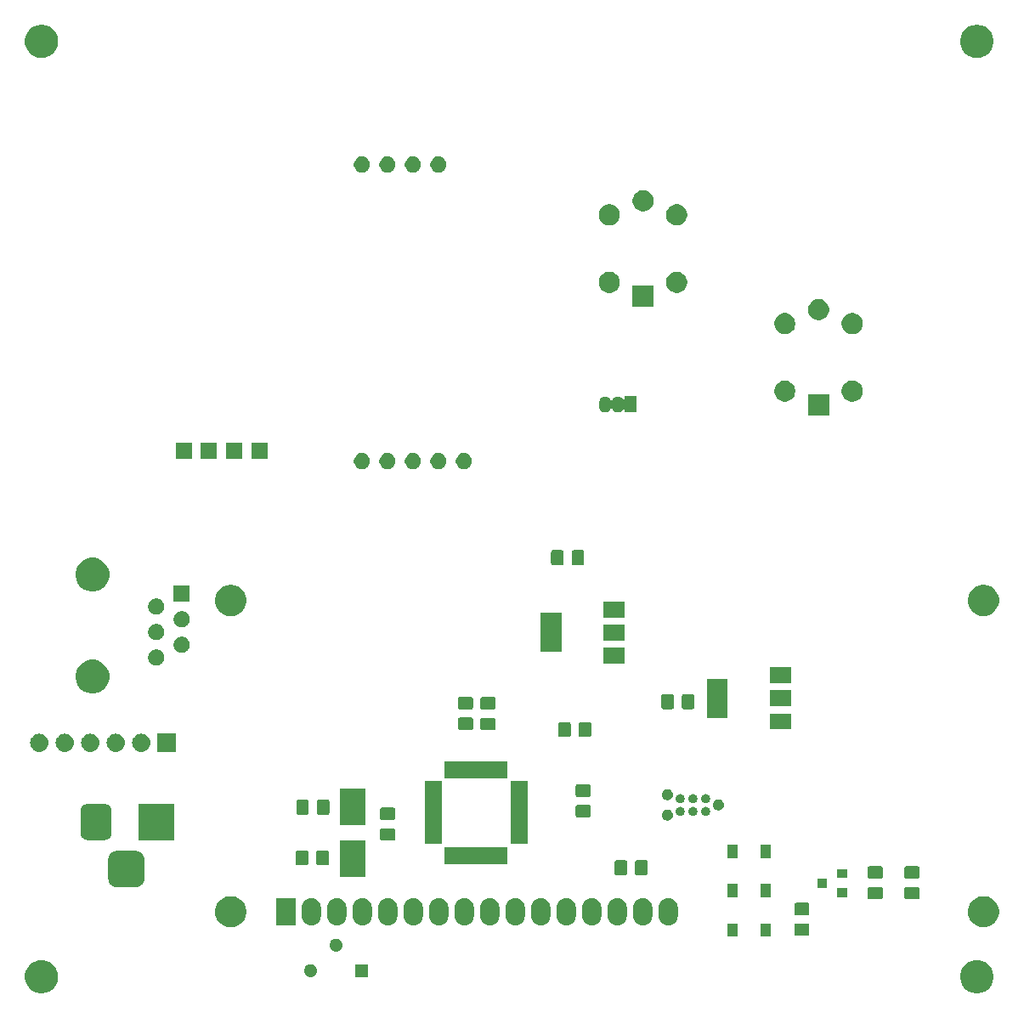
<source format=gbr>
G04 #@! TF.GenerationSoftware,KiCad,Pcbnew,(5.0.1-3-g963ef8bb5)*
G04 #@! TF.CreationDate,2019-04-30T09:05:13-05:00*
G04 #@! TF.ProjectId,gas-sensor,6761732D73656E736F722E6B69636164,rev?*
G04 #@! TF.SameCoordinates,Original*
G04 #@! TF.FileFunction,Soldermask,Top*
G04 #@! TF.FilePolarity,Negative*
%FSLAX46Y46*%
G04 Gerber Fmt 4.6, Leading zero omitted, Abs format (unit mm)*
G04 Created by KiCad (PCBNEW (5.0.1-3-g963ef8bb5)) date Mardi, 30 avril 2019 à 09:05:13*
%MOMM*%
%LPD*%
G01*
G04 APERTURE LIST*
%ADD10C,0.100000*%
G04 APERTURE END LIST*
D10*
G36*
X146975256Y-144991298D02*
X147081579Y-145012447D01*
X147382042Y-145136903D01*
X147648852Y-145315180D01*
X147652454Y-145317587D01*
X147882413Y-145547546D01*
X147882415Y-145547549D01*
X148063097Y-145817958D01*
X148162949Y-146059021D01*
X148187553Y-146118422D01*
X148251000Y-146437389D01*
X148251000Y-146762611D01*
X148187553Y-147081578D01*
X148063098Y-147382040D01*
X147882413Y-147652454D01*
X147652454Y-147882413D01*
X147652451Y-147882415D01*
X147382042Y-148063097D01*
X147081579Y-148187553D01*
X146975256Y-148208702D01*
X146762611Y-148251000D01*
X146437389Y-148251000D01*
X146224744Y-148208702D01*
X146118421Y-148187553D01*
X145817958Y-148063097D01*
X145547549Y-147882415D01*
X145547546Y-147882413D01*
X145317587Y-147652454D01*
X145136902Y-147382040D01*
X145012447Y-147081578D01*
X144949000Y-146762611D01*
X144949000Y-146437389D01*
X145012447Y-146118422D01*
X145037052Y-146059021D01*
X145136903Y-145817958D01*
X145317585Y-145547549D01*
X145317587Y-145547546D01*
X145547546Y-145317587D01*
X145551148Y-145315180D01*
X145817958Y-145136903D01*
X146118421Y-145012447D01*
X146224744Y-144991298D01*
X146437389Y-144949000D01*
X146762611Y-144949000D01*
X146975256Y-144991298D01*
X146975256Y-144991298D01*
G37*
G36*
X53775256Y-144991298D02*
X53881579Y-145012447D01*
X54182042Y-145136903D01*
X54448852Y-145315180D01*
X54452454Y-145317587D01*
X54682413Y-145547546D01*
X54682415Y-145547549D01*
X54863097Y-145817958D01*
X54962949Y-146059021D01*
X54987553Y-146118422D01*
X55051000Y-146437389D01*
X55051000Y-146762611D01*
X54987553Y-147081578D01*
X54863098Y-147382040D01*
X54682413Y-147652454D01*
X54452454Y-147882413D01*
X54452451Y-147882415D01*
X54182042Y-148063097D01*
X53881579Y-148187553D01*
X53775256Y-148208702D01*
X53562611Y-148251000D01*
X53237389Y-148251000D01*
X53024744Y-148208702D01*
X52918421Y-148187553D01*
X52617958Y-148063097D01*
X52347549Y-147882415D01*
X52347546Y-147882413D01*
X52117587Y-147652454D01*
X51936902Y-147382040D01*
X51812447Y-147081578D01*
X51749000Y-146762611D01*
X51749000Y-146437389D01*
X51812447Y-146118422D01*
X51837052Y-146059021D01*
X51936903Y-145817958D01*
X52117585Y-145547549D01*
X52117587Y-145547546D01*
X52347546Y-145317587D01*
X52351148Y-145315180D01*
X52617958Y-145136903D01*
X52918421Y-145012447D01*
X53024744Y-144991298D01*
X53237389Y-144949000D01*
X53562611Y-144949000D01*
X53775256Y-144991298D01*
X53775256Y-144991298D01*
G37*
G36*
X85940000Y-146645000D02*
X84640000Y-146645000D01*
X84640000Y-145345000D01*
X85940000Y-145345000D01*
X85940000Y-146645000D01*
X85940000Y-146645000D01*
G37*
G36*
X80357738Y-145361653D02*
X80399598Y-145369979D01*
X80434245Y-145384330D01*
X80517890Y-145418977D01*
X80624354Y-145490114D01*
X80714886Y-145580646D01*
X80786023Y-145687110D01*
X80820670Y-145770755D01*
X80835021Y-145805402D01*
X80837519Y-145817960D01*
X80860000Y-145930979D01*
X80860000Y-146059021D01*
X80835021Y-146184597D01*
X80786023Y-146302890D01*
X80714886Y-146409354D01*
X80624354Y-146499886D01*
X80517890Y-146571023D01*
X80434245Y-146605670D01*
X80399598Y-146620021D01*
X80357738Y-146628347D01*
X80274021Y-146645000D01*
X80145979Y-146645000D01*
X80062262Y-146628347D01*
X80020402Y-146620021D01*
X79985755Y-146605670D01*
X79902110Y-146571023D01*
X79795646Y-146499886D01*
X79705114Y-146409354D01*
X79633977Y-146302890D01*
X79584979Y-146184597D01*
X79560000Y-146059021D01*
X79560000Y-145930979D01*
X79582481Y-145817960D01*
X79584979Y-145805402D01*
X79599330Y-145770755D01*
X79633977Y-145687110D01*
X79705114Y-145580646D01*
X79795646Y-145490114D01*
X79902110Y-145418977D01*
X79985755Y-145384330D01*
X80020402Y-145369979D01*
X80062262Y-145361653D01*
X80145979Y-145345000D01*
X80274021Y-145345000D01*
X80357738Y-145361653D01*
X80357738Y-145361653D01*
G37*
G36*
X82897738Y-142821653D02*
X82939598Y-142829979D01*
X82974245Y-142844330D01*
X83057890Y-142878977D01*
X83164354Y-142950114D01*
X83254886Y-143040646D01*
X83326023Y-143147110D01*
X83375021Y-143265403D01*
X83400000Y-143390979D01*
X83400000Y-143519021D01*
X83375021Y-143644597D01*
X83326023Y-143762890D01*
X83254886Y-143869354D01*
X83164354Y-143959886D01*
X83057890Y-144031023D01*
X82974245Y-144065670D01*
X82939598Y-144080021D01*
X82897738Y-144088347D01*
X82814021Y-144105000D01*
X82685979Y-144105000D01*
X82602262Y-144088347D01*
X82560402Y-144080021D01*
X82525755Y-144065670D01*
X82442110Y-144031023D01*
X82335646Y-143959886D01*
X82245114Y-143869354D01*
X82173977Y-143762890D01*
X82124979Y-143644597D01*
X82100000Y-143519021D01*
X82100000Y-143390979D01*
X82124979Y-143265403D01*
X82173977Y-143147110D01*
X82245114Y-143040646D01*
X82335646Y-142950114D01*
X82442110Y-142878977D01*
X82525755Y-142844330D01*
X82560402Y-142829979D01*
X82602262Y-142821653D01*
X82685979Y-142805000D01*
X82814021Y-142805000D01*
X82897738Y-142821653D01*
X82897738Y-142821653D01*
G37*
G36*
X126061000Y-142581000D02*
X125059000Y-142581000D01*
X125059000Y-141279000D01*
X126061000Y-141279000D01*
X126061000Y-142581000D01*
X126061000Y-142581000D01*
G37*
G36*
X122761000Y-142581000D02*
X121759000Y-142581000D01*
X121759000Y-141279000D01*
X122761000Y-141279000D01*
X122761000Y-142581000D01*
X122761000Y-142581000D01*
G37*
G36*
X129748677Y-141283465D02*
X129786364Y-141294898D01*
X129821103Y-141313466D01*
X129851548Y-141338452D01*
X129876534Y-141368897D01*
X129895102Y-141403636D01*
X129906535Y-141441323D01*
X129911000Y-141486661D01*
X129911000Y-142323339D01*
X129906535Y-142368677D01*
X129895102Y-142406364D01*
X129876534Y-142441103D01*
X129851548Y-142471548D01*
X129821103Y-142496534D01*
X129786364Y-142515102D01*
X129748677Y-142526535D01*
X129703339Y-142531000D01*
X128616661Y-142531000D01*
X128571323Y-142526535D01*
X128533636Y-142515102D01*
X128498897Y-142496534D01*
X128468452Y-142471548D01*
X128443466Y-142441103D01*
X128424898Y-142406364D01*
X128413465Y-142368677D01*
X128409000Y-142323339D01*
X128409000Y-141486661D01*
X128413465Y-141441323D01*
X128424898Y-141403636D01*
X128443466Y-141368897D01*
X128468452Y-141338452D01*
X128498897Y-141313466D01*
X128533636Y-141294898D01*
X128571323Y-141283465D01*
X128616661Y-141279000D01*
X129703339Y-141279000D01*
X129748677Y-141283465D01*
X129748677Y-141283465D01*
G37*
G36*
X147600461Y-138611491D02*
X147700344Y-138631359D01*
X147982608Y-138748276D01*
X148236639Y-138918014D01*
X148452675Y-139134050D01*
X148622413Y-139388081D01*
X148739330Y-139670345D01*
X148739330Y-139670346D01*
X148798934Y-139969993D01*
X148798934Y-140275517D01*
X148764916Y-140446534D01*
X148739330Y-140575165D01*
X148622413Y-140857429D01*
X148452675Y-141111460D01*
X148236639Y-141327496D01*
X147982608Y-141497234D01*
X147700344Y-141614151D01*
X147600461Y-141634019D01*
X147400696Y-141673755D01*
X147095172Y-141673755D01*
X146895407Y-141634019D01*
X146795524Y-141614151D01*
X146513260Y-141497234D01*
X146259229Y-141327496D01*
X146043193Y-141111460D01*
X145873455Y-140857429D01*
X145756538Y-140575165D01*
X145730952Y-140446534D01*
X145696934Y-140275517D01*
X145696934Y-139969993D01*
X145756538Y-139670346D01*
X145756538Y-139670345D01*
X145873455Y-139388081D01*
X146043193Y-139134050D01*
X146259229Y-138918014D01*
X146513260Y-138748276D01*
X146795524Y-138631359D01*
X146895407Y-138611491D01*
X147095172Y-138571755D01*
X147400696Y-138571755D01*
X147600461Y-138611491D01*
X147600461Y-138611491D01*
G37*
G36*
X72601361Y-138611491D02*
X72701244Y-138631359D01*
X72983508Y-138748276D01*
X73237539Y-138918014D01*
X73453575Y-139134050D01*
X73623313Y-139388081D01*
X73740230Y-139670345D01*
X73740230Y-139670346D01*
X73799834Y-139969993D01*
X73799834Y-140275517D01*
X73765816Y-140446534D01*
X73740230Y-140575165D01*
X73623313Y-140857429D01*
X73453575Y-141111460D01*
X73237539Y-141327496D01*
X72983508Y-141497234D01*
X72701244Y-141614151D01*
X72601361Y-141634019D01*
X72401596Y-141673755D01*
X72096072Y-141673755D01*
X71896307Y-141634019D01*
X71796424Y-141614151D01*
X71514160Y-141497234D01*
X71260129Y-141327496D01*
X71044093Y-141111460D01*
X70874355Y-140857429D01*
X70757438Y-140575165D01*
X70731852Y-140446534D01*
X70697834Y-140275517D01*
X70697834Y-139969993D01*
X70757438Y-139670346D01*
X70757438Y-139670345D01*
X70874355Y-139388081D01*
X71044093Y-139134050D01*
X71260129Y-138918014D01*
X71514160Y-138748276D01*
X71796424Y-138631359D01*
X71896307Y-138611491D01*
X72096072Y-138571755D01*
X72401596Y-138571755D01*
X72601361Y-138611491D01*
X72601361Y-138611491D01*
G37*
G36*
X105874358Y-138785515D02*
X105874361Y-138785516D01*
X105874362Y-138785516D01*
X106053626Y-138839895D01*
X106053628Y-138839896D01*
X106053631Y-138839897D01*
X106218838Y-138928201D01*
X106363646Y-139047043D01*
X106482486Y-139191850D01*
X106570793Y-139357060D01*
X106625174Y-139536330D01*
X106638934Y-139676037D01*
X106638934Y-140569472D01*
X106625174Y-140709181D01*
X106570794Y-140888449D01*
X106482486Y-141053660D01*
X106363646Y-141198467D01*
X106218839Y-141317307D01*
X106053629Y-141405614D01*
X106053627Y-141405615D01*
X105874363Y-141459994D01*
X105874362Y-141459994D01*
X105874359Y-141459995D01*
X105687934Y-141478356D01*
X105501510Y-141459995D01*
X105501507Y-141459994D01*
X105501506Y-141459994D01*
X105322242Y-141405615D01*
X105322240Y-141405614D01*
X105157030Y-141317307D01*
X105012223Y-141198467D01*
X104893383Y-141053660D01*
X104805074Y-140888446D01*
X104750694Y-140709185D01*
X104736934Y-140569473D01*
X104736934Y-139676038D01*
X104750694Y-139536331D01*
X104750695Y-139536327D01*
X104805074Y-139357063D01*
X104805075Y-139357061D01*
X104805076Y-139357058D01*
X104893380Y-139191851D01*
X105012222Y-139047043D01*
X105157029Y-138928203D01*
X105322239Y-138839896D01*
X105322241Y-138839895D01*
X105501505Y-138785516D01*
X105501506Y-138785516D01*
X105501509Y-138785515D01*
X105687934Y-138767154D01*
X105874358Y-138785515D01*
X105874358Y-138785515D01*
G37*
G36*
X108414358Y-138785515D02*
X108414361Y-138785516D01*
X108414362Y-138785516D01*
X108593626Y-138839895D01*
X108593628Y-138839896D01*
X108593631Y-138839897D01*
X108758838Y-138928201D01*
X108903646Y-139047043D01*
X109022486Y-139191850D01*
X109110793Y-139357060D01*
X109165174Y-139536330D01*
X109178934Y-139676037D01*
X109178934Y-140569472D01*
X109165174Y-140709181D01*
X109110794Y-140888449D01*
X109022486Y-141053660D01*
X108903646Y-141198467D01*
X108758839Y-141317307D01*
X108593629Y-141405614D01*
X108593627Y-141405615D01*
X108414363Y-141459994D01*
X108414362Y-141459994D01*
X108414359Y-141459995D01*
X108227934Y-141478356D01*
X108041510Y-141459995D01*
X108041507Y-141459994D01*
X108041506Y-141459994D01*
X107862242Y-141405615D01*
X107862240Y-141405614D01*
X107697030Y-141317307D01*
X107552223Y-141198467D01*
X107433383Y-141053660D01*
X107345074Y-140888446D01*
X107290694Y-140709185D01*
X107276934Y-140569473D01*
X107276934Y-139676038D01*
X107290694Y-139536331D01*
X107290695Y-139536327D01*
X107345074Y-139357063D01*
X107345075Y-139357061D01*
X107345076Y-139357058D01*
X107433380Y-139191851D01*
X107552222Y-139047043D01*
X107697029Y-138928203D01*
X107862239Y-138839896D01*
X107862241Y-138839895D01*
X108041505Y-138785516D01*
X108041506Y-138785516D01*
X108041509Y-138785515D01*
X108227934Y-138767154D01*
X108414358Y-138785515D01*
X108414358Y-138785515D01*
G37*
G36*
X110954358Y-138785515D02*
X110954361Y-138785516D01*
X110954362Y-138785516D01*
X111133626Y-138839895D01*
X111133628Y-138839896D01*
X111133631Y-138839897D01*
X111298838Y-138928201D01*
X111443646Y-139047043D01*
X111562486Y-139191850D01*
X111650793Y-139357060D01*
X111705174Y-139536330D01*
X111718934Y-139676037D01*
X111718934Y-140569472D01*
X111705174Y-140709181D01*
X111650794Y-140888449D01*
X111562486Y-141053660D01*
X111443646Y-141198467D01*
X111298839Y-141317307D01*
X111133629Y-141405614D01*
X111133627Y-141405615D01*
X110954363Y-141459994D01*
X110954362Y-141459994D01*
X110954359Y-141459995D01*
X110767934Y-141478356D01*
X110581510Y-141459995D01*
X110581507Y-141459994D01*
X110581506Y-141459994D01*
X110402242Y-141405615D01*
X110402240Y-141405614D01*
X110237030Y-141317307D01*
X110092223Y-141198467D01*
X109973383Y-141053660D01*
X109885074Y-140888446D01*
X109830694Y-140709185D01*
X109816934Y-140569473D01*
X109816934Y-139676038D01*
X109830694Y-139536331D01*
X109830695Y-139536327D01*
X109885074Y-139357063D01*
X109885075Y-139357061D01*
X109885076Y-139357058D01*
X109973380Y-139191851D01*
X110092222Y-139047043D01*
X110237029Y-138928203D01*
X110402239Y-138839896D01*
X110402241Y-138839895D01*
X110581505Y-138785516D01*
X110581506Y-138785516D01*
X110581509Y-138785515D01*
X110767934Y-138767154D01*
X110954358Y-138785515D01*
X110954358Y-138785515D01*
G37*
G36*
X113494358Y-138785515D02*
X113494361Y-138785516D01*
X113494362Y-138785516D01*
X113673626Y-138839895D01*
X113673628Y-138839896D01*
X113673631Y-138839897D01*
X113838838Y-138928201D01*
X113983646Y-139047043D01*
X114102486Y-139191850D01*
X114190793Y-139357060D01*
X114245174Y-139536330D01*
X114258934Y-139676037D01*
X114258934Y-140569472D01*
X114245174Y-140709181D01*
X114190794Y-140888449D01*
X114102486Y-141053660D01*
X113983646Y-141198467D01*
X113838839Y-141317307D01*
X113673629Y-141405614D01*
X113673627Y-141405615D01*
X113494363Y-141459994D01*
X113494362Y-141459994D01*
X113494359Y-141459995D01*
X113307934Y-141478356D01*
X113121510Y-141459995D01*
X113121507Y-141459994D01*
X113121506Y-141459994D01*
X112942242Y-141405615D01*
X112942240Y-141405614D01*
X112777030Y-141317307D01*
X112632223Y-141198467D01*
X112513383Y-141053660D01*
X112425074Y-140888446D01*
X112370694Y-140709185D01*
X112356934Y-140569473D01*
X112356934Y-139676038D01*
X112370694Y-139536331D01*
X112370695Y-139536327D01*
X112425074Y-139357063D01*
X112425075Y-139357061D01*
X112425076Y-139357058D01*
X112513380Y-139191851D01*
X112632222Y-139047043D01*
X112777029Y-138928203D01*
X112942239Y-138839896D01*
X112942241Y-138839895D01*
X113121505Y-138785516D01*
X113121506Y-138785516D01*
X113121509Y-138785515D01*
X113307934Y-138767154D01*
X113494358Y-138785515D01*
X113494358Y-138785515D01*
G37*
G36*
X116034358Y-138785515D02*
X116034361Y-138785516D01*
X116034362Y-138785516D01*
X116213626Y-138839895D01*
X116213628Y-138839896D01*
X116213631Y-138839897D01*
X116378838Y-138928201D01*
X116523646Y-139047043D01*
X116642486Y-139191850D01*
X116730793Y-139357060D01*
X116785174Y-139536330D01*
X116798934Y-139676037D01*
X116798934Y-140569472D01*
X116785174Y-140709181D01*
X116730794Y-140888449D01*
X116642486Y-141053660D01*
X116523646Y-141198467D01*
X116378839Y-141317307D01*
X116213629Y-141405614D01*
X116213627Y-141405615D01*
X116034363Y-141459994D01*
X116034362Y-141459994D01*
X116034359Y-141459995D01*
X115847934Y-141478356D01*
X115661510Y-141459995D01*
X115661507Y-141459994D01*
X115661506Y-141459994D01*
X115482242Y-141405615D01*
X115482240Y-141405614D01*
X115317030Y-141317307D01*
X115172223Y-141198467D01*
X115053383Y-141053660D01*
X114965074Y-140888446D01*
X114910694Y-140709185D01*
X114896934Y-140569473D01*
X114896934Y-139676038D01*
X114910694Y-139536331D01*
X114910695Y-139536327D01*
X114965074Y-139357063D01*
X114965075Y-139357061D01*
X114965076Y-139357058D01*
X115053380Y-139191851D01*
X115172222Y-139047043D01*
X115317029Y-138928203D01*
X115482239Y-138839896D01*
X115482241Y-138839895D01*
X115661505Y-138785516D01*
X115661506Y-138785516D01*
X115661509Y-138785515D01*
X115847934Y-138767154D01*
X116034358Y-138785515D01*
X116034358Y-138785515D01*
G37*
G36*
X80474358Y-138785515D02*
X80474361Y-138785516D01*
X80474362Y-138785516D01*
X80653626Y-138839895D01*
X80653628Y-138839896D01*
X80653631Y-138839897D01*
X80818838Y-138928201D01*
X80963646Y-139047043D01*
X81082486Y-139191850D01*
X81170793Y-139357060D01*
X81225174Y-139536330D01*
X81238934Y-139676037D01*
X81238934Y-140569472D01*
X81225174Y-140709181D01*
X81170794Y-140888449D01*
X81082486Y-141053660D01*
X80963646Y-141198467D01*
X80818839Y-141317307D01*
X80653629Y-141405614D01*
X80653627Y-141405615D01*
X80474363Y-141459994D01*
X80474362Y-141459994D01*
X80474359Y-141459995D01*
X80287934Y-141478356D01*
X80101510Y-141459995D01*
X80101507Y-141459994D01*
X80101506Y-141459994D01*
X79922242Y-141405615D01*
X79922240Y-141405614D01*
X79757030Y-141317307D01*
X79612223Y-141198467D01*
X79493383Y-141053660D01*
X79405074Y-140888446D01*
X79350694Y-140709185D01*
X79336934Y-140569473D01*
X79336934Y-139676038D01*
X79350694Y-139536331D01*
X79350695Y-139536327D01*
X79405074Y-139357063D01*
X79405075Y-139357061D01*
X79405076Y-139357058D01*
X79493380Y-139191851D01*
X79612222Y-139047043D01*
X79757029Y-138928203D01*
X79922239Y-138839896D01*
X79922241Y-138839895D01*
X80101505Y-138785516D01*
X80101506Y-138785516D01*
X80101509Y-138785515D01*
X80287934Y-138767154D01*
X80474358Y-138785515D01*
X80474358Y-138785515D01*
G37*
G36*
X83014358Y-138785515D02*
X83014361Y-138785516D01*
X83014362Y-138785516D01*
X83193626Y-138839895D01*
X83193628Y-138839896D01*
X83193631Y-138839897D01*
X83358838Y-138928201D01*
X83503646Y-139047043D01*
X83622486Y-139191850D01*
X83710793Y-139357060D01*
X83765174Y-139536330D01*
X83778934Y-139676037D01*
X83778934Y-140569472D01*
X83765174Y-140709181D01*
X83710794Y-140888449D01*
X83622486Y-141053660D01*
X83503646Y-141198467D01*
X83358839Y-141317307D01*
X83193629Y-141405614D01*
X83193627Y-141405615D01*
X83014363Y-141459994D01*
X83014362Y-141459994D01*
X83014359Y-141459995D01*
X82827934Y-141478356D01*
X82641510Y-141459995D01*
X82641507Y-141459994D01*
X82641506Y-141459994D01*
X82462242Y-141405615D01*
X82462240Y-141405614D01*
X82297030Y-141317307D01*
X82152223Y-141198467D01*
X82033383Y-141053660D01*
X81945074Y-140888446D01*
X81890694Y-140709185D01*
X81876934Y-140569473D01*
X81876934Y-139676038D01*
X81890694Y-139536331D01*
X81890695Y-139536327D01*
X81945074Y-139357063D01*
X81945075Y-139357061D01*
X81945076Y-139357058D01*
X82033380Y-139191851D01*
X82152222Y-139047043D01*
X82297029Y-138928203D01*
X82462239Y-138839896D01*
X82462241Y-138839895D01*
X82641505Y-138785516D01*
X82641506Y-138785516D01*
X82641509Y-138785515D01*
X82827934Y-138767154D01*
X83014358Y-138785515D01*
X83014358Y-138785515D01*
G37*
G36*
X85554358Y-138785515D02*
X85554361Y-138785516D01*
X85554362Y-138785516D01*
X85733626Y-138839895D01*
X85733628Y-138839896D01*
X85733631Y-138839897D01*
X85898838Y-138928201D01*
X86043646Y-139047043D01*
X86162486Y-139191850D01*
X86250793Y-139357060D01*
X86305174Y-139536330D01*
X86318934Y-139676037D01*
X86318934Y-140569472D01*
X86305174Y-140709181D01*
X86250794Y-140888449D01*
X86162486Y-141053660D01*
X86043646Y-141198467D01*
X85898839Y-141317307D01*
X85733629Y-141405614D01*
X85733627Y-141405615D01*
X85554363Y-141459994D01*
X85554362Y-141459994D01*
X85554359Y-141459995D01*
X85367934Y-141478356D01*
X85181510Y-141459995D01*
X85181507Y-141459994D01*
X85181506Y-141459994D01*
X85002242Y-141405615D01*
X85002240Y-141405614D01*
X84837030Y-141317307D01*
X84692223Y-141198467D01*
X84573383Y-141053660D01*
X84485074Y-140888446D01*
X84430694Y-140709185D01*
X84416934Y-140569473D01*
X84416934Y-139676038D01*
X84430694Y-139536331D01*
X84430695Y-139536327D01*
X84485074Y-139357063D01*
X84485075Y-139357061D01*
X84485076Y-139357058D01*
X84573380Y-139191851D01*
X84692222Y-139047043D01*
X84837029Y-138928203D01*
X85002239Y-138839896D01*
X85002241Y-138839895D01*
X85181505Y-138785516D01*
X85181506Y-138785516D01*
X85181509Y-138785515D01*
X85367934Y-138767154D01*
X85554358Y-138785515D01*
X85554358Y-138785515D01*
G37*
G36*
X88094358Y-138785515D02*
X88094361Y-138785516D01*
X88094362Y-138785516D01*
X88273626Y-138839895D01*
X88273628Y-138839896D01*
X88273631Y-138839897D01*
X88438838Y-138928201D01*
X88583646Y-139047043D01*
X88702486Y-139191850D01*
X88790793Y-139357060D01*
X88845174Y-139536330D01*
X88858934Y-139676037D01*
X88858934Y-140569472D01*
X88845174Y-140709181D01*
X88790794Y-140888449D01*
X88702486Y-141053660D01*
X88583646Y-141198467D01*
X88438839Y-141317307D01*
X88273629Y-141405614D01*
X88273627Y-141405615D01*
X88094363Y-141459994D01*
X88094362Y-141459994D01*
X88094359Y-141459995D01*
X87907934Y-141478356D01*
X87721510Y-141459995D01*
X87721507Y-141459994D01*
X87721506Y-141459994D01*
X87542242Y-141405615D01*
X87542240Y-141405614D01*
X87377030Y-141317307D01*
X87232223Y-141198467D01*
X87113383Y-141053660D01*
X87025074Y-140888446D01*
X86970694Y-140709185D01*
X86956934Y-140569473D01*
X86956934Y-139676038D01*
X86970694Y-139536331D01*
X86970695Y-139536327D01*
X87025074Y-139357063D01*
X87025075Y-139357061D01*
X87025076Y-139357058D01*
X87113380Y-139191851D01*
X87232222Y-139047043D01*
X87377029Y-138928203D01*
X87542239Y-138839896D01*
X87542241Y-138839895D01*
X87721505Y-138785516D01*
X87721506Y-138785516D01*
X87721509Y-138785515D01*
X87907934Y-138767154D01*
X88094358Y-138785515D01*
X88094358Y-138785515D01*
G37*
G36*
X90634358Y-138785515D02*
X90634361Y-138785516D01*
X90634362Y-138785516D01*
X90813626Y-138839895D01*
X90813628Y-138839896D01*
X90813631Y-138839897D01*
X90978838Y-138928201D01*
X91123646Y-139047043D01*
X91242486Y-139191850D01*
X91330793Y-139357060D01*
X91385174Y-139536330D01*
X91398934Y-139676037D01*
X91398934Y-140569472D01*
X91385174Y-140709181D01*
X91330794Y-140888449D01*
X91242486Y-141053660D01*
X91123646Y-141198467D01*
X90978839Y-141317307D01*
X90813629Y-141405614D01*
X90813627Y-141405615D01*
X90634363Y-141459994D01*
X90634362Y-141459994D01*
X90634359Y-141459995D01*
X90447934Y-141478356D01*
X90261510Y-141459995D01*
X90261507Y-141459994D01*
X90261506Y-141459994D01*
X90082242Y-141405615D01*
X90082240Y-141405614D01*
X89917030Y-141317307D01*
X89772223Y-141198467D01*
X89653383Y-141053660D01*
X89565074Y-140888446D01*
X89510694Y-140709185D01*
X89496934Y-140569473D01*
X89496934Y-139676038D01*
X89510694Y-139536331D01*
X89510695Y-139536327D01*
X89565074Y-139357063D01*
X89565075Y-139357061D01*
X89565076Y-139357058D01*
X89653380Y-139191851D01*
X89772222Y-139047043D01*
X89917029Y-138928203D01*
X90082239Y-138839896D01*
X90082241Y-138839895D01*
X90261505Y-138785516D01*
X90261506Y-138785516D01*
X90261509Y-138785515D01*
X90447934Y-138767154D01*
X90634358Y-138785515D01*
X90634358Y-138785515D01*
G37*
G36*
X93174358Y-138785515D02*
X93174361Y-138785516D01*
X93174362Y-138785516D01*
X93353626Y-138839895D01*
X93353628Y-138839896D01*
X93353631Y-138839897D01*
X93518838Y-138928201D01*
X93663646Y-139047043D01*
X93782486Y-139191850D01*
X93870793Y-139357060D01*
X93925174Y-139536330D01*
X93938934Y-139676037D01*
X93938934Y-140569472D01*
X93925174Y-140709181D01*
X93870794Y-140888449D01*
X93782486Y-141053660D01*
X93663646Y-141198467D01*
X93518839Y-141317307D01*
X93353629Y-141405614D01*
X93353627Y-141405615D01*
X93174363Y-141459994D01*
X93174362Y-141459994D01*
X93174359Y-141459995D01*
X92987934Y-141478356D01*
X92801510Y-141459995D01*
X92801507Y-141459994D01*
X92801506Y-141459994D01*
X92622242Y-141405615D01*
X92622240Y-141405614D01*
X92457030Y-141317307D01*
X92312223Y-141198467D01*
X92193383Y-141053660D01*
X92105074Y-140888446D01*
X92050694Y-140709185D01*
X92036934Y-140569473D01*
X92036934Y-139676038D01*
X92050694Y-139536331D01*
X92050695Y-139536327D01*
X92105074Y-139357063D01*
X92105075Y-139357061D01*
X92105076Y-139357058D01*
X92193380Y-139191851D01*
X92312222Y-139047043D01*
X92457029Y-138928203D01*
X92622239Y-138839896D01*
X92622241Y-138839895D01*
X92801505Y-138785516D01*
X92801506Y-138785516D01*
X92801509Y-138785515D01*
X92987934Y-138767154D01*
X93174358Y-138785515D01*
X93174358Y-138785515D01*
G37*
G36*
X95714358Y-138785515D02*
X95714361Y-138785516D01*
X95714362Y-138785516D01*
X95893626Y-138839895D01*
X95893628Y-138839896D01*
X95893631Y-138839897D01*
X96058838Y-138928201D01*
X96203646Y-139047043D01*
X96322486Y-139191850D01*
X96410793Y-139357060D01*
X96465174Y-139536330D01*
X96478934Y-139676037D01*
X96478934Y-140569472D01*
X96465174Y-140709181D01*
X96410794Y-140888449D01*
X96322486Y-141053660D01*
X96203646Y-141198467D01*
X96058839Y-141317307D01*
X95893629Y-141405614D01*
X95893627Y-141405615D01*
X95714363Y-141459994D01*
X95714362Y-141459994D01*
X95714359Y-141459995D01*
X95527934Y-141478356D01*
X95341510Y-141459995D01*
X95341507Y-141459994D01*
X95341506Y-141459994D01*
X95162242Y-141405615D01*
X95162240Y-141405614D01*
X94997030Y-141317307D01*
X94852223Y-141198467D01*
X94733383Y-141053660D01*
X94645074Y-140888446D01*
X94590694Y-140709185D01*
X94576934Y-140569473D01*
X94576934Y-139676038D01*
X94590694Y-139536331D01*
X94590695Y-139536327D01*
X94645074Y-139357063D01*
X94645075Y-139357061D01*
X94645076Y-139357058D01*
X94733380Y-139191851D01*
X94852222Y-139047043D01*
X94997029Y-138928203D01*
X95162239Y-138839896D01*
X95162241Y-138839895D01*
X95341505Y-138785516D01*
X95341506Y-138785516D01*
X95341509Y-138785515D01*
X95527934Y-138767154D01*
X95714358Y-138785515D01*
X95714358Y-138785515D01*
G37*
G36*
X98254358Y-138785515D02*
X98254361Y-138785516D01*
X98254362Y-138785516D01*
X98433626Y-138839895D01*
X98433628Y-138839896D01*
X98433631Y-138839897D01*
X98598838Y-138928201D01*
X98743646Y-139047043D01*
X98862486Y-139191850D01*
X98950793Y-139357060D01*
X99005174Y-139536330D01*
X99018934Y-139676037D01*
X99018934Y-140569472D01*
X99005174Y-140709181D01*
X98950794Y-140888449D01*
X98862486Y-141053660D01*
X98743646Y-141198467D01*
X98598839Y-141317307D01*
X98433629Y-141405614D01*
X98433627Y-141405615D01*
X98254363Y-141459994D01*
X98254362Y-141459994D01*
X98254359Y-141459995D01*
X98067934Y-141478356D01*
X97881510Y-141459995D01*
X97881507Y-141459994D01*
X97881506Y-141459994D01*
X97702242Y-141405615D01*
X97702240Y-141405614D01*
X97537030Y-141317307D01*
X97392223Y-141198467D01*
X97273383Y-141053660D01*
X97185074Y-140888446D01*
X97130694Y-140709185D01*
X97116934Y-140569473D01*
X97116934Y-139676038D01*
X97130694Y-139536331D01*
X97130695Y-139536327D01*
X97185074Y-139357063D01*
X97185075Y-139357061D01*
X97185076Y-139357058D01*
X97273380Y-139191851D01*
X97392222Y-139047043D01*
X97537029Y-138928203D01*
X97702239Y-138839896D01*
X97702241Y-138839895D01*
X97881505Y-138785516D01*
X97881506Y-138785516D01*
X97881509Y-138785515D01*
X98067934Y-138767154D01*
X98254358Y-138785515D01*
X98254358Y-138785515D01*
G37*
G36*
X100794358Y-138785515D02*
X100794361Y-138785516D01*
X100794362Y-138785516D01*
X100973626Y-138839895D01*
X100973628Y-138839896D01*
X100973631Y-138839897D01*
X101138838Y-138928201D01*
X101283646Y-139047043D01*
X101402486Y-139191850D01*
X101490793Y-139357060D01*
X101545174Y-139536330D01*
X101558934Y-139676037D01*
X101558934Y-140569472D01*
X101545174Y-140709181D01*
X101490794Y-140888449D01*
X101402486Y-141053660D01*
X101283646Y-141198467D01*
X101138839Y-141317307D01*
X100973629Y-141405614D01*
X100973627Y-141405615D01*
X100794363Y-141459994D01*
X100794362Y-141459994D01*
X100794359Y-141459995D01*
X100607934Y-141478356D01*
X100421510Y-141459995D01*
X100421507Y-141459994D01*
X100421506Y-141459994D01*
X100242242Y-141405615D01*
X100242240Y-141405614D01*
X100077030Y-141317307D01*
X99932223Y-141198467D01*
X99813383Y-141053660D01*
X99725074Y-140888446D01*
X99670694Y-140709185D01*
X99656934Y-140569473D01*
X99656934Y-139676038D01*
X99670694Y-139536331D01*
X99670695Y-139536327D01*
X99725074Y-139357063D01*
X99725075Y-139357061D01*
X99725076Y-139357058D01*
X99813380Y-139191851D01*
X99932222Y-139047043D01*
X100077029Y-138928203D01*
X100242239Y-138839896D01*
X100242241Y-138839895D01*
X100421505Y-138785516D01*
X100421506Y-138785516D01*
X100421509Y-138785515D01*
X100607934Y-138767154D01*
X100794358Y-138785515D01*
X100794358Y-138785515D01*
G37*
G36*
X103334358Y-138785515D02*
X103334361Y-138785516D01*
X103334362Y-138785516D01*
X103513626Y-138839895D01*
X103513628Y-138839896D01*
X103513631Y-138839897D01*
X103678838Y-138928201D01*
X103823646Y-139047043D01*
X103942486Y-139191850D01*
X104030793Y-139357060D01*
X104085174Y-139536330D01*
X104098934Y-139676037D01*
X104098934Y-140569472D01*
X104085174Y-140709181D01*
X104030794Y-140888449D01*
X103942486Y-141053660D01*
X103823646Y-141198467D01*
X103678839Y-141317307D01*
X103513629Y-141405614D01*
X103513627Y-141405615D01*
X103334363Y-141459994D01*
X103334362Y-141459994D01*
X103334359Y-141459995D01*
X103147934Y-141478356D01*
X102961510Y-141459995D01*
X102961507Y-141459994D01*
X102961506Y-141459994D01*
X102782242Y-141405615D01*
X102782240Y-141405614D01*
X102617030Y-141317307D01*
X102472223Y-141198467D01*
X102353383Y-141053660D01*
X102265074Y-140888446D01*
X102210694Y-140709185D01*
X102196934Y-140569473D01*
X102196934Y-139676038D01*
X102210694Y-139536331D01*
X102210695Y-139536327D01*
X102265074Y-139357063D01*
X102265075Y-139357061D01*
X102265076Y-139357058D01*
X102353380Y-139191851D01*
X102472222Y-139047043D01*
X102617029Y-138928203D01*
X102782239Y-138839896D01*
X102782241Y-138839895D01*
X102961505Y-138785516D01*
X102961506Y-138785516D01*
X102961509Y-138785515D01*
X103147934Y-138767154D01*
X103334358Y-138785515D01*
X103334358Y-138785515D01*
G37*
G36*
X78698934Y-141473755D02*
X76796934Y-141473755D01*
X76796934Y-138771755D01*
X78698934Y-138771755D01*
X78698934Y-141473755D01*
X78698934Y-141473755D01*
G37*
G36*
X129748677Y-139233465D02*
X129786364Y-139244898D01*
X129821103Y-139263466D01*
X129851548Y-139288452D01*
X129876534Y-139318897D01*
X129895102Y-139353636D01*
X129906535Y-139391323D01*
X129911000Y-139436661D01*
X129911000Y-140273339D01*
X129906535Y-140318677D01*
X129895102Y-140356364D01*
X129876534Y-140391103D01*
X129851548Y-140421548D01*
X129821103Y-140446534D01*
X129786364Y-140465102D01*
X129748677Y-140476535D01*
X129703339Y-140481000D01*
X128616661Y-140481000D01*
X128571323Y-140476535D01*
X128533636Y-140465102D01*
X128498897Y-140446534D01*
X128468452Y-140421548D01*
X128443466Y-140391103D01*
X128424898Y-140356364D01*
X128413465Y-140318677D01*
X128409000Y-140273339D01*
X128409000Y-139436661D01*
X128413465Y-139391323D01*
X128424898Y-139353636D01*
X128443466Y-139318897D01*
X128468452Y-139288452D01*
X128498897Y-139263466D01*
X128533636Y-139244898D01*
X128571323Y-139233465D01*
X128616661Y-139229000D01*
X129703339Y-139229000D01*
X129748677Y-139233465D01*
X129748677Y-139233465D01*
G37*
G36*
X137050817Y-137650304D02*
X137088504Y-137661737D01*
X137123243Y-137680305D01*
X137153688Y-137705291D01*
X137178674Y-137735736D01*
X137197242Y-137770475D01*
X137208675Y-137808162D01*
X137213140Y-137853500D01*
X137213140Y-138690178D01*
X137208675Y-138735516D01*
X137197242Y-138773203D01*
X137178674Y-138807942D01*
X137153688Y-138838387D01*
X137123243Y-138863373D01*
X137088504Y-138881941D01*
X137050817Y-138893374D01*
X137005479Y-138897839D01*
X135918801Y-138897839D01*
X135873463Y-138893374D01*
X135835776Y-138881941D01*
X135801037Y-138863373D01*
X135770592Y-138838387D01*
X135745606Y-138807942D01*
X135727038Y-138773203D01*
X135715605Y-138735516D01*
X135711140Y-138690178D01*
X135711140Y-137853500D01*
X135715605Y-137808162D01*
X135727038Y-137770475D01*
X135745606Y-137735736D01*
X135770592Y-137705291D01*
X135801037Y-137680305D01*
X135835776Y-137661737D01*
X135873463Y-137650304D01*
X135918801Y-137645839D01*
X137005479Y-137645839D01*
X137050817Y-137650304D01*
X137050817Y-137650304D01*
G37*
G36*
X140710817Y-137645304D02*
X140748504Y-137656737D01*
X140783243Y-137675305D01*
X140813688Y-137700291D01*
X140838674Y-137730736D01*
X140857242Y-137765475D01*
X140868675Y-137803162D01*
X140873140Y-137848500D01*
X140873140Y-138685178D01*
X140868675Y-138730516D01*
X140857242Y-138768203D01*
X140838674Y-138802942D01*
X140813688Y-138833387D01*
X140783243Y-138858373D01*
X140748504Y-138876941D01*
X140710817Y-138888374D01*
X140665479Y-138892839D01*
X139578801Y-138892839D01*
X139533463Y-138888374D01*
X139495776Y-138876941D01*
X139461037Y-138858373D01*
X139430592Y-138833387D01*
X139405606Y-138802942D01*
X139387038Y-138768203D01*
X139375605Y-138730516D01*
X139371140Y-138685178D01*
X139371140Y-137848500D01*
X139375605Y-137803162D01*
X139387038Y-137765475D01*
X139405606Y-137730736D01*
X139430592Y-137700291D01*
X139461037Y-137675305D01*
X139495776Y-137656737D01*
X139533463Y-137645304D01*
X139578801Y-137640839D01*
X140665479Y-137640839D01*
X140710817Y-137645304D01*
X140710817Y-137645304D01*
G37*
G36*
X133681000Y-138681000D02*
X132679000Y-138681000D01*
X132679000Y-137779000D01*
X133681000Y-137779000D01*
X133681000Y-138681000D01*
X133681000Y-138681000D01*
G37*
G36*
X122761000Y-138671000D02*
X121759000Y-138671000D01*
X121759000Y-137369000D01*
X122761000Y-137369000D01*
X122761000Y-138671000D01*
X122761000Y-138671000D01*
G37*
G36*
X126061000Y-138671000D02*
X125059000Y-138671000D01*
X125059000Y-137369000D01*
X126061000Y-137369000D01*
X126061000Y-138671000D01*
X126061000Y-138671000D01*
G37*
G36*
X131681000Y-137731000D02*
X130679000Y-137731000D01*
X130679000Y-136829000D01*
X131681000Y-136829000D01*
X131681000Y-137731000D01*
X131681000Y-137731000D01*
G37*
G36*
X62976366Y-134095695D02*
X63133458Y-134143348D01*
X63278230Y-134220731D01*
X63405128Y-134324872D01*
X63509269Y-134451770D01*
X63586652Y-134596542D01*
X63634305Y-134753634D01*
X63651000Y-134923140D01*
X63651000Y-136836860D01*
X63634305Y-137006366D01*
X63586652Y-137163458D01*
X63509269Y-137308230D01*
X63405128Y-137435128D01*
X63278230Y-137539269D01*
X63133458Y-137616652D01*
X62976366Y-137664305D01*
X62806860Y-137681000D01*
X60893140Y-137681000D01*
X60723634Y-137664305D01*
X60566542Y-137616652D01*
X60421770Y-137539269D01*
X60294872Y-137435128D01*
X60190731Y-137308230D01*
X60113348Y-137163458D01*
X60065695Y-137006366D01*
X60049000Y-136836860D01*
X60049000Y-134923140D01*
X60065695Y-134753634D01*
X60113348Y-134596542D01*
X60190731Y-134451770D01*
X60294872Y-134324872D01*
X60421770Y-134220731D01*
X60566542Y-134143348D01*
X60723634Y-134095695D01*
X60893140Y-134079000D01*
X62806860Y-134079000D01*
X62976366Y-134095695D01*
X62976366Y-134095695D01*
G37*
G36*
X137050817Y-135600304D02*
X137088504Y-135611737D01*
X137123243Y-135630305D01*
X137153688Y-135655291D01*
X137178674Y-135685736D01*
X137197242Y-135720475D01*
X137208675Y-135758162D01*
X137213140Y-135803500D01*
X137213140Y-136640178D01*
X137208675Y-136685516D01*
X137197242Y-136723203D01*
X137178674Y-136757942D01*
X137153688Y-136788387D01*
X137123243Y-136813373D01*
X137088504Y-136831941D01*
X137050817Y-136843374D01*
X137005479Y-136847839D01*
X135918801Y-136847839D01*
X135873463Y-136843374D01*
X135835776Y-136831941D01*
X135801037Y-136813373D01*
X135770592Y-136788387D01*
X135745606Y-136757942D01*
X135727038Y-136723203D01*
X135715605Y-136685516D01*
X135711140Y-136640178D01*
X135711140Y-135803500D01*
X135715605Y-135758162D01*
X135727038Y-135720475D01*
X135745606Y-135685736D01*
X135770592Y-135655291D01*
X135801037Y-135630305D01*
X135835776Y-135611737D01*
X135873463Y-135600304D01*
X135918801Y-135595839D01*
X137005479Y-135595839D01*
X137050817Y-135600304D01*
X137050817Y-135600304D01*
G37*
G36*
X140710817Y-135595304D02*
X140748504Y-135606737D01*
X140783243Y-135625305D01*
X140813688Y-135650291D01*
X140838674Y-135680736D01*
X140857242Y-135715475D01*
X140868675Y-135753162D01*
X140873140Y-135798500D01*
X140873140Y-136635178D01*
X140868675Y-136680516D01*
X140857242Y-136718203D01*
X140838674Y-136752942D01*
X140813688Y-136783387D01*
X140783243Y-136808373D01*
X140748504Y-136826941D01*
X140710817Y-136838374D01*
X140665479Y-136842839D01*
X139578801Y-136842839D01*
X139533463Y-136838374D01*
X139495776Y-136826941D01*
X139461037Y-136808373D01*
X139430592Y-136783387D01*
X139405606Y-136752942D01*
X139387038Y-136718203D01*
X139375605Y-136680516D01*
X139371140Y-136635178D01*
X139371140Y-135798500D01*
X139375605Y-135753162D01*
X139387038Y-135715475D01*
X139405606Y-135680736D01*
X139430592Y-135650291D01*
X139461037Y-135625305D01*
X139495776Y-135606737D01*
X139533463Y-135595304D01*
X139578801Y-135590839D01*
X140665479Y-135590839D01*
X140710817Y-135595304D01*
X140710817Y-135595304D01*
G37*
G36*
X133681000Y-136781000D02*
X132679000Y-136781000D01*
X132679000Y-135879000D01*
X133681000Y-135879000D01*
X133681000Y-136781000D01*
X133681000Y-136781000D01*
G37*
G36*
X85672257Y-136665602D02*
X83170257Y-136665602D01*
X83170257Y-133063602D01*
X85672257Y-133063602D01*
X85672257Y-136665602D01*
X85672257Y-136665602D01*
G37*
G36*
X111586611Y-134996220D02*
X111624298Y-135007653D01*
X111659037Y-135026221D01*
X111689482Y-135051207D01*
X111714468Y-135081652D01*
X111733036Y-135116391D01*
X111744469Y-135154078D01*
X111748934Y-135199416D01*
X111748934Y-136286094D01*
X111744469Y-136331432D01*
X111733036Y-136369119D01*
X111714468Y-136403858D01*
X111689482Y-136434303D01*
X111659037Y-136459289D01*
X111624298Y-136477857D01*
X111586611Y-136489290D01*
X111541273Y-136493755D01*
X110704595Y-136493755D01*
X110659257Y-136489290D01*
X110621570Y-136477857D01*
X110586831Y-136459289D01*
X110556386Y-136434303D01*
X110531400Y-136403858D01*
X110512832Y-136369119D01*
X110501399Y-136331432D01*
X110496934Y-136286094D01*
X110496934Y-135199416D01*
X110501399Y-135154078D01*
X110512832Y-135116391D01*
X110531400Y-135081652D01*
X110556386Y-135051207D01*
X110586831Y-135026221D01*
X110621570Y-135007653D01*
X110659257Y-134996220D01*
X110704595Y-134991755D01*
X111541273Y-134991755D01*
X111586611Y-134996220D01*
X111586611Y-134996220D01*
G37*
G36*
X113636611Y-134996220D02*
X113674298Y-135007653D01*
X113709037Y-135026221D01*
X113739482Y-135051207D01*
X113764468Y-135081652D01*
X113783036Y-135116391D01*
X113794469Y-135154078D01*
X113798934Y-135199416D01*
X113798934Y-136286094D01*
X113794469Y-136331432D01*
X113783036Y-136369119D01*
X113764468Y-136403858D01*
X113739482Y-136434303D01*
X113709037Y-136459289D01*
X113674298Y-136477857D01*
X113636611Y-136489290D01*
X113591273Y-136493755D01*
X112754595Y-136493755D01*
X112709257Y-136489290D01*
X112671570Y-136477857D01*
X112636831Y-136459289D01*
X112606386Y-136434303D01*
X112581400Y-136403858D01*
X112562832Y-136369119D01*
X112551399Y-136331432D01*
X112546934Y-136286094D01*
X112546934Y-135199416D01*
X112551399Y-135154078D01*
X112562832Y-135116391D01*
X112581400Y-135081652D01*
X112606386Y-135051207D01*
X112636831Y-135026221D01*
X112671570Y-135007653D01*
X112709257Y-134996220D01*
X112754595Y-134991755D01*
X113591273Y-134991755D01*
X113636611Y-134996220D01*
X113636611Y-134996220D01*
G37*
G36*
X79824934Y-134008067D02*
X79862621Y-134019500D01*
X79897360Y-134038068D01*
X79927805Y-134063054D01*
X79952791Y-134093499D01*
X79971359Y-134128238D01*
X79982792Y-134165925D01*
X79987257Y-134211263D01*
X79987257Y-135297941D01*
X79982792Y-135343279D01*
X79971359Y-135380966D01*
X79952791Y-135415705D01*
X79927805Y-135446150D01*
X79897360Y-135471136D01*
X79862621Y-135489704D01*
X79824934Y-135501137D01*
X79779596Y-135505602D01*
X78942918Y-135505602D01*
X78897580Y-135501137D01*
X78859893Y-135489704D01*
X78825154Y-135471136D01*
X78794709Y-135446150D01*
X78769723Y-135415705D01*
X78751155Y-135380966D01*
X78739722Y-135343279D01*
X78735257Y-135297941D01*
X78735257Y-134211263D01*
X78739722Y-134165925D01*
X78751155Y-134128238D01*
X78769723Y-134093499D01*
X78794709Y-134063054D01*
X78825154Y-134038068D01*
X78859893Y-134019500D01*
X78897580Y-134008067D01*
X78942918Y-134003602D01*
X79779596Y-134003602D01*
X79824934Y-134008067D01*
X79824934Y-134008067D01*
G37*
G36*
X81874934Y-134008067D02*
X81912621Y-134019500D01*
X81947360Y-134038068D01*
X81977805Y-134063054D01*
X82002791Y-134093499D01*
X82021359Y-134128238D01*
X82032792Y-134165925D01*
X82037257Y-134211263D01*
X82037257Y-135297941D01*
X82032792Y-135343279D01*
X82021359Y-135380966D01*
X82002791Y-135415705D01*
X81977805Y-135446150D01*
X81947360Y-135471136D01*
X81912621Y-135489704D01*
X81874934Y-135501137D01*
X81829596Y-135505602D01*
X80992918Y-135505602D01*
X80947580Y-135501137D01*
X80909893Y-135489704D01*
X80875154Y-135471136D01*
X80844709Y-135446150D01*
X80819723Y-135415705D01*
X80801155Y-135380966D01*
X80789722Y-135343279D01*
X80785257Y-135297941D01*
X80785257Y-134211263D01*
X80789722Y-134165925D01*
X80801155Y-134128238D01*
X80819723Y-134093499D01*
X80844709Y-134063054D01*
X80875154Y-134038068D01*
X80909893Y-134019500D01*
X80947580Y-134008067D01*
X80992918Y-134003602D01*
X81829596Y-134003602D01*
X81874934Y-134008067D01*
X81874934Y-134008067D01*
G37*
G36*
X99843934Y-135363755D02*
X93591934Y-135363755D01*
X93591934Y-133661755D01*
X99843934Y-133661755D01*
X99843934Y-135363755D01*
X99843934Y-135363755D01*
G37*
G36*
X122761000Y-134761000D02*
X121759000Y-134761000D01*
X121759000Y-133459000D01*
X122761000Y-133459000D01*
X122761000Y-134761000D01*
X122761000Y-134761000D01*
G37*
G36*
X126061000Y-134761000D02*
X125059000Y-134761000D01*
X125059000Y-133459000D01*
X126061000Y-133459000D01*
X126061000Y-134761000D01*
X126061000Y-134761000D01*
G37*
G36*
X101818934Y-133388755D02*
X100116934Y-133388755D01*
X100116934Y-127136755D01*
X101818934Y-127136755D01*
X101818934Y-133388755D01*
X101818934Y-133388755D01*
G37*
G36*
X93318934Y-133388755D02*
X91616934Y-133388755D01*
X91616934Y-127136755D01*
X93318934Y-127136755D01*
X93318934Y-133388755D01*
X93318934Y-133388755D01*
G37*
G36*
X88489934Y-131803067D02*
X88527621Y-131814500D01*
X88562360Y-131833068D01*
X88592805Y-131858054D01*
X88617791Y-131888499D01*
X88636359Y-131923238D01*
X88647792Y-131960925D01*
X88652257Y-132006263D01*
X88652257Y-132842941D01*
X88647792Y-132888279D01*
X88636359Y-132925966D01*
X88617791Y-132960705D01*
X88592805Y-132991150D01*
X88562360Y-133016136D01*
X88527621Y-133034704D01*
X88489934Y-133046137D01*
X88444596Y-133050602D01*
X87357918Y-133050602D01*
X87312580Y-133046137D01*
X87274893Y-133034704D01*
X87240154Y-133016136D01*
X87209709Y-132991150D01*
X87184723Y-132960705D01*
X87166155Y-132925966D01*
X87154722Y-132888279D01*
X87150257Y-132842941D01*
X87150257Y-132006263D01*
X87154722Y-131960925D01*
X87166155Y-131923238D01*
X87184723Y-131888499D01*
X87209709Y-131858054D01*
X87240154Y-131833068D01*
X87274893Y-131814500D01*
X87312580Y-131803067D01*
X87357918Y-131798602D01*
X88444596Y-131798602D01*
X88489934Y-131803067D01*
X88489934Y-131803067D01*
G37*
G36*
X66651000Y-132981000D02*
X63049000Y-132981000D01*
X63049000Y-129379000D01*
X66651000Y-129379000D01*
X66651000Y-132981000D01*
X66651000Y-132981000D01*
G37*
G36*
X59826978Y-129393293D02*
X59960627Y-129433835D01*
X60083782Y-129499662D01*
X60191739Y-129588261D01*
X60280338Y-129696218D01*
X60346165Y-129819373D01*
X60386707Y-129953022D01*
X60401000Y-130098140D01*
X60401000Y-132261860D01*
X60386707Y-132406978D01*
X60346165Y-132540627D01*
X60280338Y-132663782D01*
X60191739Y-132771739D01*
X60083782Y-132860338D01*
X59960627Y-132926165D01*
X59826978Y-132966707D01*
X59681860Y-132981000D01*
X58018140Y-132981000D01*
X57873022Y-132966707D01*
X57739373Y-132926165D01*
X57616218Y-132860338D01*
X57508261Y-132771739D01*
X57419662Y-132663782D01*
X57353835Y-132540627D01*
X57313293Y-132406978D01*
X57299000Y-132261860D01*
X57299000Y-130098140D01*
X57313293Y-129953022D01*
X57353835Y-129819373D01*
X57419662Y-129696218D01*
X57508261Y-129588261D01*
X57616218Y-129499662D01*
X57739373Y-129433835D01*
X57873022Y-129393293D01*
X58018140Y-129379000D01*
X59681860Y-129379000D01*
X59826978Y-129393293D01*
X59826978Y-129393293D01*
G37*
G36*
X85672257Y-131465602D02*
X83170257Y-131465602D01*
X83170257Y-127863602D01*
X85672257Y-127863602D01*
X85672257Y-131465602D01*
X85672257Y-131465602D01*
G37*
G36*
X115929350Y-129970694D02*
X116028770Y-130011875D01*
X116118249Y-130071663D01*
X116194337Y-130147751D01*
X116254125Y-130237230D01*
X116295306Y-130336650D01*
X116316300Y-130442194D01*
X116316300Y-130549806D01*
X116295306Y-130655350D01*
X116254125Y-130754770D01*
X116194337Y-130844249D01*
X116118249Y-130920337D01*
X116028770Y-130980125D01*
X115929350Y-131021306D01*
X115823806Y-131042300D01*
X115716194Y-131042300D01*
X115610650Y-131021306D01*
X115511230Y-130980125D01*
X115421751Y-130920337D01*
X115345663Y-130844249D01*
X115285875Y-130754770D01*
X115244694Y-130655350D01*
X115223700Y-130549806D01*
X115223700Y-130442194D01*
X115244694Y-130336650D01*
X115285875Y-130237230D01*
X115345663Y-130147751D01*
X115421751Y-130071663D01*
X115511230Y-130011875D01*
X115610650Y-129970694D01*
X115716194Y-129949700D01*
X115823806Y-129949700D01*
X115929350Y-129970694D01*
X115929350Y-129970694D01*
G37*
G36*
X88489934Y-129753067D02*
X88527621Y-129764500D01*
X88562360Y-129783068D01*
X88592805Y-129808054D01*
X88617791Y-129838499D01*
X88636359Y-129873238D01*
X88647792Y-129910925D01*
X88652257Y-129956263D01*
X88652257Y-130792941D01*
X88647792Y-130838279D01*
X88636359Y-130875966D01*
X88617791Y-130910705D01*
X88592805Y-130941150D01*
X88562360Y-130966136D01*
X88527621Y-130984704D01*
X88489934Y-130996137D01*
X88444596Y-131000602D01*
X87357918Y-131000602D01*
X87312580Y-130996137D01*
X87274893Y-130984704D01*
X87240154Y-130966136D01*
X87209709Y-130941150D01*
X87184723Y-130910705D01*
X87166155Y-130875966D01*
X87154722Y-130838279D01*
X87150257Y-130792941D01*
X87150257Y-129956263D01*
X87154722Y-129910925D01*
X87166155Y-129873238D01*
X87184723Y-129838499D01*
X87209709Y-129808054D01*
X87240154Y-129783068D01*
X87274893Y-129764500D01*
X87312580Y-129753067D01*
X87357918Y-129748602D01*
X88444596Y-129748602D01*
X88489934Y-129753067D01*
X88489934Y-129753067D01*
G37*
G36*
X107958677Y-129483465D02*
X107996364Y-129494898D01*
X108031103Y-129513466D01*
X108061548Y-129538452D01*
X108086534Y-129568897D01*
X108105102Y-129603636D01*
X108116535Y-129641323D01*
X108121000Y-129686661D01*
X108121000Y-130523339D01*
X108116535Y-130568677D01*
X108105102Y-130606364D01*
X108086534Y-130641103D01*
X108061548Y-130671548D01*
X108031103Y-130696534D01*
X107996364Y-130715102D01*
X107958677Y-130726535D01*
X107913339Y-130731000D01*
X106826661Y-130731000D01*
X106781323Y-130726535D01*
X106743636Y-130715102D01*
X106708897Y-130696534D01*
X106678452Y-130671548D01*
X106653466Y-130641103D01*
X106634898Y-130606364D01*
X106623465Y-130568677D01*
X106619000Y-130523339D01*
X106619000Y-129686661D01*
X106623465Y-129641323D01*
X106634898Y-129603636D01*
X106653466Y-129568897D01*
X106678452Y-129538452D01*
X106708897Y-129513466D01*
X106743636Y-129494898D01*
X106781323Y-129483465D01*
X106826661Y-129479000D01*
X107913339Y-129479000D01*
X107958677Y-129483465D01*
X107958677Y-129483465D01*
G37*
G36*
X119709714Y-129687389D02*
X119790644Y-129720911D01*
X119863483Y-129769581D01*
X119925419Y-129831517D01*
X119974089Y-129904356D01*
X120007611Y-129985286D01*
X120024700Y-130071199D01*
X120024700Y-130158801D01*
X120007611Y-130244714D01*
X119974089Y-130325644D01*
X119925419Y-130398483D01*
X119863483Y-130460419D01*
X119790644Y-130509089D01*
X119709714Y-130542611D01*
X119623801Y-130559700D01*
X119536199Y-130559700D01*
X119450286Y-130542611D01*
X119369356Y-130509089D01*
X119296517Y-130460419D01*
X119234581Y-130398483D01*
X119185911Y-130325644D01*
X119152389Y-130244714D01*
X119135300Y-130158801D01*
X119135300Y-130071199D01*
X119152389Y-129985286D01*
X119185911Y-129904356D01*
X119234581Y-129831517D01*
X119296517Y-129769581D01*
X119369356Y-129720911D01*
X119450286Y-129687389D01*
X119536199Y-129670300D01*
X119623801Y-129670300D01*
X119709714Y-129687389D01*
X119709714Y-129687389D01*
G37*
G36*
X118439714Y-129687389D02*
X118520644Y-129720911D01*
X118593483Y-129769581D01*
X118655419Y-129831517D01*
X118704089Y-129904356D01*
X118737611Y-129985286D01*
X118754700Y-130071199D01*
X118754700Y-130158801D01*
X118737611Y-130244714D01*
X118704089Y-130325644D01*
X118655419Y-130398483D01*
X118593483Y-130460419D01*
X118520644Y-130509089D01*
X118439714Y-130542611D01*
X118353801Y-130559700D01*
X118266199Y-130559700D01*
X118180286Y-130542611D01*
X118099356Y-130509089D01*
X118026517Y-130460419D01*
X117964581Y-130398483D01*
X117915911Y-130325644D01*
X117882389Y-130244714D01*
X117865300Y-130158801D01*
X117865300Y-130071199D01*
X117882389Y-129985286D01*
X117915911Y-129904356D01*
X117964581Y-129831517D01*
X118026517Y-129769581D01*
X118099356Y-129720911D01*
X118180286Y-129687389D01*
X118266199Y-129670300D01*
X118353801Y-129670300D01*
X118439714Y-129687389D01*
X118439714Y-129687389D01*
G37*
G36*
X117169714Y-129687389D02*
X117250644Y-129720911D01*
X117323483Y-129769581D01*
X117385419Y-129831517D01*
X117434089Y-129904356D01*
X117467611Y-129985286D01*
X117484700Y-130071199D01*
X117484700Y-130158801D01*
X117467611Y-130244714D01*
X117434089Y-130325644D01*
X117385419Y-130398483D01*
X117323483Y-130460419D01*
X117250644Y-130509089D01*
X117169714Y-130542611D01*
X117083801Y-130559700D01*
X116996199Y-130559700D01*
X116910286Y-130542611D01*
X116829356Y-130509089D01*
X116756517Y-130460419D01*
X116694581Y-130398483D01*
X116645911Y-130325644D01*
X116612389Y-130244714D01*
X116595300Y-130158801D01*
X116595300Y-130071199D01*
X116612389Y-129985286D01*
X116645911Y-129904356D01*
X116694581Y-129831517D01*
X116756517Y-129769581D01*
X116829356Y-129720911D01*
X116910286Y-129687389D01*
X116996199Y-129670300D01*
X117083801Y-129670300D01*
X117169714Y-129687389D01*
X117169714Y-129687389D01*
G37*
G36*
X81929934Y-128958067D02*
X81967621Y-128969500D01*
X82002360Y-128988068D01*
X82032805Y-129013054D01*
X82057791Y-129043499D01*
X82076359Y-129078238D01*
X82087792Y-129115925D01*
X82092257Y-129161263D01*
X82092257Y-130247941D01*
X82087792Y-130293279D01*
X82076359Y-130330966D01*
X82057791Y-130365705D01*
X82032805Y-130396150D01*
X82002360Y-130421136D01*
X81967621Y-130439704D01*
X81929934Y-130451137D01*
X81884596Y-130455602D01*
X81047918Y-130455602D01*
X81002580Y-130451137D01*
X80964893Y-130439704D01*
X80930154Y-130421136D01*
X80899709Y-130396150D01*
X80874723Y-130365705D01*
X80856155Y-130330966D01*
X80844722Y-130293279D01*
X80840257Y-130247941D01*
X80840257Y-129161263D01*
X80844722Y-129115925D01*
X80856155Y-129078238D01*
X80874723Y-129043499D01*
X80899709Y-129013054D01*
X80930154Y-128988068D01*
X80964893Y-128969500D01*
X81002580Y-128958067D01*
X81047918Y-128953602D01*
X81884596Y-128953602D01*
X81929934Y-128958067D01*
X81929934Y-128958067D01*
G37*
G36*
X79879934Y-128958067D02*
X79917621Y-128969500D01*
X79952360Y-128988068D01*
X79982805Y-129013054D01*
X80007791Y-129043499D01*
X80026359Y-129078238D01*
X80037792Y-129115925D01*
X80042257Y-129161263D01*
X80042257Y-130247941D01*
X80037792Y-130293279D01*
X80026359Y-130330966D01*
X80007791Y-130365705D01*
X79982805Y-130396150D01*
X79952360Y-130421136D01*
X79917621Y-130439704D01*
X79879934Y-130451137D01*
X79834596Y-130455602D01*
X78997918Y-130455602D01*
X78952580Y-130451137D01*
X78914893Y-130439704D01*
X78880154Y-130421136D01*
X78849709Y-130396150D01*
X78824723Y-130365705D01*
X78806155Y-130330966D01*
X78794722Y-130293279D01*
X78790257Y-130247941D01*
X78790257Y-129161263D01*
X78794722Y-129115925D01*
X78806155Y-129078238D01*
X78824723Y-129043499D01*
X78849709Y-129013054D01*
X78880154Y-128988068D01*
X78914893Y-128969500D01*
X78952580Y-128958067D01*
X78997918Y-128953602D01*
X79834596Y-128953602D01*
X79879934Y-128958067D01*
X79879934Y-128958067D01*
G37*
G36*
X121009350Y-128954694D02*
X121108770Y-128995875D01*
X121198249Y-129055663D01*
X121274337Y-129131751D01*
X121334125Y-129221230D01*
X121375306Y-129320650D01*
X121396300Y-129426194D01*
X121396300Y-129533806D01*
X121375306Y-129639350D01*
X121334125Y-129738770D01*
X121274337Y-129828249D01*
X121198249Y-129904337D01*
X121198246Y-129904339D01*
X121108770Y-129964125D01*
X121009350Y-130005306D01*
X120903806Y-130026300D01*
X120796194Y-130026300D01*
X120690650Y-130005306D01*
X120591230Y-129964125D01*
X120501754Y-129904339D01*
X120501751Y-129904337D01*
X120425663Y-129828249D01*
X120365875Y-129738770D01*
X120324694Y-129639350D01*
X120303700Y-129533806D01*
X120303700Y-129426194D01*
X120324694Y-129320650D01*
X120365875Y-129221230D01*
X120425663Y-129131751D01*
X120501751Y-129055663D01*
X120591230Y-128995875D01*
X120690650Y-128954694D01*
X120796194Y-128933700D01*
X120903806Y-128933700D01*
X121009350Y-128954694D01*
X121009350Y-128954694D01*
G37*
G36*
X119709714Y-128417389D02*
X119790644Y-128450911D01*
X119863483Y-128499581D01*
X119925419Y-128561517D01*
X119974089Y-128634356D01*
X120007611Y-128715286D01*
X120024700Y-128801199D01*
X120024700Y-128888801D01*
X120007611Y-128974714D01*
X119974089Y-129055644D01*
X119925419Y-129128483D01*
X119863483Y-129190419D01*
X119790644Y-129239089D01*
X119709714Y-129272611D01*
X119623801Y-129289700D01*
X119536199Y-129289700D01*
X119450286Y-129272611D01*
X119369356Y-129239089D01*
X119296517Y-129190419D01*
X119234581Y-129128483D01*
X119185911Y-129055644D01*
X119152389Y-128974714D01*
X119135300Y-128888801D01*
X119135300Y-128801199D01*
X119152389Y-128715286D01*
X119185911Y-128634356D01*
X119234581Y-128561517D01*
X119296517Y-128499581D01*
X119369356Y-128450911D01*
X119450286Y-128417389D01*
X119536199Y-128400300D01*
X119623801Y-128400300D01*
X119709714Y-128417389D01*
X119709714Y-128417389D01*
G37*
G36*
X118439714Y-128417389D02*
X118520644Y-128450911D01*
X118593483Y-128499581D01*
X118655419Y-128561517D01*
X118704089Y-128634356D01*
X118737611Y-128715286D01*
X118754700Y-128801199D01*
X118754700Y-128888801D01*
X118737611Y-128974714D01*
X118704089Y-129055644D01*
X118655419Y-129128483D01*
X118593483Y-129190419D01*
X118520644Y-129239089D01*
X118439714Y-129272611D01*
X118353801Y-129289700D01*
X118266199Y-129289700D01*
X118180286Y-129272611D01*
X118099356Y-129239089D01*
X118026517Y-129190419D01*
X117964581Y-129128483D01*
X117915911Y-129055644D01*
X117882389Y-128974714D01*
X117865300Y-128888801D01*
X117865300Y-128801199D01*
X117882389Y-128715286D01*
X117915911Y-128634356D01*
X117964581Y-128561517D01*
X118026517Y-128499581D01*
X118099356Y-128450911D01*
X118180286Y-128417389D01*
X118266199Y-128400300D01*
X118353801Y-128400300D01*
X118439714Y-128417389D01*
X118439714Y-128417389D01*
G37*
G36*
X117169714Y-128417389D02*
X117250644Y-128450911D01*
X117323483Y-128499581D01*
X117385419Y-128561517D01*
X117434089Y-128634356D01*
X117467611Y-128715286D01*
X117484700Y-128801199D01*
X117484700Y-128888801D01*
X117467611Y-128974714D01*
X117434089Y-129055644D01*
X117385419Y-129128483D01*
X117323483Y-129190419D01*
X117250644Y-129239089D01*
X117169714Y-129272611D01*
X117083801Y-129289700D01*
X116996199Y-129289700D01*
X116910286Y-129272611D01*
X116829356Y-129239089D01*
X116756517Y-129190419D01*
X116694581Y-129128483D01*
X116645911Y-129055644D01*
X116612389Y-128974714D01*
X116595300Y-128888801D01*
X116595300Y-128801199D01*
X116612389Y-128715286D01*
X116645911Y-128634356D01*
X116694581Y-128561517D01*
X116756517Y-128499581D01*
X116829356Y-128450911D01*
X116910286Y-128417389D01*
X116996199Y-128400300D01*
X117083801Y-128400300D01*
X117169714Y-128417389D01*
X117169714Y-128417389D01*
G37*
G36*
X115929350Y-127938694D02*
X116028770Y-127979875D01*
X116118249Y-128039663D01*
X116194337Y-128115751D01*
X116254125Y-128205230D01*
X116295306Y-128304650D01*
X116316300Y-128410194D01*
X116316300Y-128517806D01*
X116295306Y-128623350D01*
X116254125Y-128722770D01*
X116194337Y-128812249D01*
X116118249Y-128888337D01*
X116118246Y-128888339D01*
X116028770Y-128948125D01*
X115929350Y-128989306D01*
X115823806Y-129010300D01*
X115716194Y-129010300D01*
X115610650Y-128989306D01*
X115511230Y-128948125D01*
X115421754Y-128888339D01*
X115421751Y-128888337D01*
X115345663Y-128812249D01*
X115285875Y-128722770D01*
X115244694Y-128623350D01*
X115223700Y-128517806D01*
X115223700Y-128410194D01*
X115244694Y-128304650D01*
X115285875Y-128205230D01*
X115345663Y-128115751D01*
X115421751Y-128039663D01*
X115511230Y-127979875D01*
X115610650Y-127938694D01*
X115716194Y-127917700D01*
X115823806Y-127917700D01*
X115929350Y-127938694D01*
X115929350Y-127938694D01*
G37*
G36*
X107958677Y-127433465D02*
X107996364Y-127444898D01*
X108031103Y-127463466D01*
X108061548Y-127488452D01*
X108086534Y-127518897D01*
X108105102Y-127553636D01*
X108116535Y-127591323D01*
X108121000Y-127636661D01*
X108121000Y-128473339D01*
X108116535Y-128518677D01*
X108105102Y-128556364D01*
X108086534Y-128591103D01*
X108061548Y-128621548D01*
X108031103Y-128646534D01*
X107996364Y-128665102D01*
X107958677Y-128676535D01*
X107913339Y-128681000D01*
X106826661Y-128681000D01*
X106781323Y-128676535D01*
X106743636Y-128665102D01*
X106708897Y-128646534D01*
X106678452Y-128621548D01*
X106653466Y-128591103D01*
X106634898Y-128556364D01*
X106623465Y-128518677D01*
X106619000Y-128473339D01*
X106619000Y-127636661D01*
X106623465Y-127591323D01*
X106634898Y-127553636D01*
X106653466Y-127518897D01*
X106678452Y-127488452D01*
X106708897Y-127463466D01*
X106743636Y-127444898D01*
X106781323Y-127433465D01*
X106826661Y-127429000D01*
X107913339Y-127429000D01*
X107958677Y-127433465D01*
X107958677Y-127433465D01*
G37*
G36*
X99843934Y-126863755D02*
X93591934Y-126863755D01*
X93591934Y-125161755D01*
X99843934Y-125161755D01*
X99843934Y-126863755D01*
X99843934Y-126863755D01*
G37*
G36*
X58360443Y-122395519D02*
X58426627Y-122402037D01*
X58539853Y-122436384D01*
X58596467Y-122453557D01*
X58735087Y-122527652D01*
X58752991Y-122537222D01*
X58779134Y-122558677D01*
X58890186Y-122649814D01*
X58973448Y-122751271D01*
X59002778Y-122787009D01*
X59002779Y-122787011D01*
X59086443Y-122943533D01*
X59086443Y-122943534D01*
X59137963Y-123113373D01*
X59155359Y-123290000D01*
X59137963Y-123466627D01*
X59103616Y-123579853D01*
X59086443Y-123636467D01*
X59012348Y-123775087D01*
X59002778Y-123792991D01*
X58973448Y-123828729D01*
X58890186Y-123930186D01*
X58788729Y-124013448D01*
X58752991Y-124042778D01*
X58752989Y-124042779D01*
X58596467Y-124126443D01*
X58539853Y-124143616D01*
X58426627Y-124177963D01*
X58360442Y-124184482D01*
X58294260Y-124191000D01*
X58205740Y-124191000D01*
X58139558Y-124184482D01*
X58073373Y-124177963D01*
X57960147Y-124143616D01*
X57903533Y-124126443D01*
X57747011Y-124042779D01*
X57747009Y-124042778D01*
X57711271Y-124013448D01*
X57609814Y-123930186D01*
X57526552Y-123828729D01*
X57497222Y-123792991D01*
X57487652Y-123775087D01*
X57413557Y-123636467D01*
X57396384Y-123579853D01*
X57362037Y-123466627D01*
X57344641Y-123290000D01*
X57362037Y-123113373D01*
X57413557Y-122943534D01*
X57413557Y-122943533D01*
X57497221Y-122787011D01*
X57497222Y-122787009D01*
X57526552Y-122751271D01*
X57609814Y-122649814D01*
X57720866Y-122558677D01*
X57747009Y-122537222D01*
X57764913Y-122527652D01*
X57903533Y-122453557D01*
X57960147Y-122436384D01*
X58073373Y-122402037D01*
X58139557Y-122395519D01*
X58205740Y-122389000D01*
X58294260Y-122389000D01*
X58360443Y-122395519D01*
X58360443Y-122395519D01*
G37*
G36*
X53280443Y-122395519D02*
X53346627Y-122402037D01*
X53459853Y-122436384D01*
X53516467Y-122453557D01*
X53655087Y-122527652D01*
X53672991Y-122537222D01*
X53699134Y-122558677D01*
X53810186Y-122649814D01*
X53893448Y-122751271D01*
X53922778Y-122787009D01*
X53922779Y-122787011D01*
X54006443Y-122943533D01*
X54006443Y-122943534D01*
X54057963Y-123113373D01*
X54075359Y-123290000D01*
X54057963Y-123466627D01*
X54023616Y-123579853D01*
X54006443Y-123636467D01*
X53932348Y-123775087D01*
X53922778Y-123792991D01*
X53893448Y-123828729D01*
X53810186Y-123930186D01*
X53708729Y-124013448D01*
X53672991Y-124042778D01*
X53672989Y-124042779D01*
X53516467Y-124126443D01*
X53459853Y-124143616D01*
X53346627Y-124177963D01*
X53280442Y-124184482D01*
X53214260Y-124191000D01*
X53125740Y-124191000D01*
X53059558Y-124184482D01*
X52993373Y-124177963D01*
X52880147Y-124143616D01*
X52823533Y-124126443D01*
X52667011Y-124042779D01*
X52667009Y-124042778D01*
X52631271Y-124013448D01*
X52529814Y-123930186D01*
X52446552Y-123828729D01*
X52417222Y-123792991D01*
X52407652Y-123775087D01*
X52333557Y-123636467D01*
X52316384Y-123579853D01*
X52282037Y-123466627D01*
X52264641Y-123290000D01*
X52282037Y-123113373D01*
X52333557Y-122943534D01*
X52333557Y-122943533D01*
X52417221Y-122787011D01*
X52417222Y-122787009D01*
X52446552Y-122751271D01*
X52529814Y-122649814D01*
X52640866Y-122558677D01*
X52667009Y-122537222D01*
X52684913Y-122527652D01*
X52823533Y-122453557D01*
X52880147Y-122436384D01*
X52993373Y-122402037D01*
X53059557Y-122395519D01*
X53125740Y-122389000D01*
X53214260Y-122389000D01*
X53280443Y-122395519D01*
X53280443Y-122395519D01*
G37*
G36*
X55820443Y-122395519D02*
X55886627Y-122402037D01*
X55999853Y-122436384D01*
X56056467Y-122453557D01*
X56195087Y-122527652D01*
X56212991Y-122537222D01*
X56239134Y-122558677D01*
X56350186Y-122649814D01*
X56433448Y-122751271D01*
X56462778Y-122787009D01*
X56462779Y-122787011D01*
X56546443Y-122943533D01*
X56546443Y-122943534D01*
X56597963Y-123113373D01*
X56615359Y-123290000D01*
X56597963Y-123466627D01*
X56563616Y-123579853D01*
X56546443Y-123636467D01*
X56472348Y-123775087D01*
X56462778Y-123792991D01*
X56433448Y-123828729D01*
X56350186Y-123930186D01*
X56248729Y-124013448D01*
X56212991Y-124042778D01*
X56212989Y-124042779D01*
X56056467Y-124126443D01*
X55999853Y-124143616D01*
X55886627Y-124177963D01*
X55820442Y-124184482D01*
X55754260Y-124191000D01*
X55665740Y-124191000D01*
X55599558Y-124184482D01*
X55533373Y-124177963D01*
X55420147Y-124143616D01*
X55363533Y-124126443D01*
X55207011Y-124042779D01*
X55207009Y-124042778D01*
X55171271Y-124013448D01*
X55069814Y-123930186D01*
X54986552Y-123828729D01*
X54957222Y-123792991D01*
X54947652Y-123775087D01*
X54873557Y-123636467D01*
X54856384Y-123579853D01*
X54822037Y-123466627D01*
X54804641Y-123290000D01*
X54822037Y-123113373D01*
X54873557Y-122943534D01*
X54873557Y-122943533D01*
X54957221Y-122787011D01*
X54957222Y-122787009D01*
X54986552Y-122751271D01*
X55069814Y-122649814D01*
X55180866Y-122558677D01*
X55207009Y-122537222D01*
X55224913Y-122527652D01*
X55363533Y-122453557D01*
X55420147Y-122436384D01*
X55533373Y-122402037D01*
X55599557Y-122395519D01*
X55665740Y-122389000D01*
X55754260Y-122389000D01*
X55820443Y-122395519D01*
X55820443Y-122395519D01*
G37*
G36*
X60900443Y-122395519D02*
X60966627Y-122402037D01*
X61079853Y-122436384D01*
X61136467Y-122453557D01*
X61275087Y-122527652D01*
X61292991Y-122537222D01*
X61319134Y-122558677D01*
X61430186Y-122649814D01*
X61513448Y-122751271D01*
X61542778Y-122787009D01*
X61542779Y-122787011D01*
X61626443Y-122943533D01*
X61626443Y-122943534D01*
X61677963Y-123113373D01*
X61695359Y-123290000D01*
X61677963Y-123466627D01*
X61643616Y-123579853D01*
X61626443Y-123636467D01*
X61552348Y-123775087D01*
X61542778Y-123792991D01*
X61513448Y-123828729D01*
X61430186Y-123930186D01*
X61328729Y-124013448D01*
X61292991Y-124042778D01*
X61292989Y-124042779D01*
X61136467Y-124126443D01*
X61079853Y-124143616D01*
X60966627Y-124177963D01*
X60900442Y-124184482D01*
X60834260Y-124191000D01*
X60745740Y-124191000D01*
X60679558Y-124184482D01*
X60613373Y-124177963D01*
X60500147Y-124143616D01*
X60443533Y-124126443D01*
X60287011Y-124042779D01*
X60287009Y-124042778D01*
X60251271Y-124013448D01*
X60149814Y-123930186D01*
X60066552Y-123828729D01*
X60037222Y-123792991D01*
X60027652Y-123775087D01*
X59953557Y-123636467D01*
X59936384Y-123579853D01*
X59902037Y-123466627D01*
X59884641Y-123290000D01*
X59902037Y-123113373D01*
X59953557Y-122943534D01*
X59953557Y-122943533D01*
X60037221Y-122787011D01*
X60037222Y-122787009D01*
X60066552Y-122751271D01*
X60149814Y-122649814D01*
X60260866Y-122558677D01*
X60287009Y-122537222D01*
X60304913Y-122527652D01*
X60443533Y-122453557D01*
X60500147Y-122436384D01*
X60613373Y-122402037D01*
X60679557Y-122395519D01*
X60745740Y-122389000D01*
X60834260Y-122389000D01*
X60900443Y-122395519D01*
X60900443Y-122395519D01*
G37*
G36*
X63440443Y-122395519D02*
X63506627Y-122402037D01*
X63619853Y-122436384D01*
X63676467Y-122453557D01*
X63815087Y-122527652D01*
X63832991Y-122537222D01*
X63859134Y-122558677D01*
X63970186Y-122649814D01*
X64053448Y-122751271D01*
X64082778Y-122787009D01*
X64082779Y-122787011D01*
X64166443Y-122943533D01*
X64166443Y-122943534D01*
X64217963Y-123113373D01*
X64235359Y-123290000D01*
X64217963Y-123466627D01*
X64183616Y-123579853D01*
X64166443Y-123636467D01*
X64092348Y-123775087D01*
X64082778Y-123792991D01*
X64053448Y-123828729D01*
X63970186Y-123930186D01*
X63868729Y-124013448D01*
X63832991Y-124042778D01*
X63832989Y-124042779D01*
X63676467Y-124126443D01*
X63619853Y-124143616D01*
X63506627Y-124177963D01*
X63440442Y-124184482D01*
X63374260Y-124191000D01*
X63285740Y-124191000D01*
X63219558Y-124184482D01*
X63153373Y-124177963D01*
X63040147Y-124143616D01*
X62983533Y-124126443D01*
X62827011Y-124042779D01*
X62827009Y-124042778D01*
X62791271Y-124013448D01*
X62689814Y-123930186D01*
X62606552Y-123828729D01*
X62577222Y-123792991D01*
X62567652Y-123775087D01*
X62493557Y-123636467D01*
X62476384Y-123579853D01*
X62442037Y-123466627D01*
X62424641Y-123290000D01*
X62442037Y-123113373D01*
X62493557Y-122943534D01*
X62493557Y-122943533D01*
X62577221Y-122787011D01*
X62577222Y-122787009D01*
X62606552Y-122751271D01*
X62689814Y-122649814D01*
X62800866Y-122558677D01*
X62827009Y-122537222D01*
X62844913Y-122527652D01*
X62983533Y-122453557D01*
X63040147Y-122436384D01*
X63153373Y-122402037D01*
X63219557Y-122395519D01*
X63285740Y-122389000D01*
X63374260Y-122389000D01*
X63440443Y-122395519D01*
X63440443Y-122395519D01*
G37*
G36*
X66771000Y-124191000D02*
X64969000Y-124191000D01*
X64969000Y-122389000D01*
X66771000Y-122389000D01*
X66771000Y-124191000D01*
X66771000Y-124191000D01*
G37*
G36*
X105968677Y-121223465D02*
X106006364Y-121234898D01*
X106041103Y-121253466D01*
X106071548Y-121278452D01*
X106096534Y-121308897D01*
X106115102Y-121343636D01*
X106126535Y-121381323D01*
X106131000Y-121426661D01*
X106131000Y-122513339D01*
X106126535Y-122558677D01*
X106115102Y-122596364D01*
X106096534Y-122631103D01*
X106071548Y-122661548D01*
X106041103Y-122686534D01*
X106006364Y-122705102D01*
X105968677Y-122716535D01*
X105923339Y-122721000D01*
X105086661Y-122721000D01*
X105041323Y-122716535D01*
X105003636Y-122705102D01*
X104968897Y-122686534D01*
X104938452Y-122661548D01*
X104913466Y-122631103D01*
X104894898Y-122596364D01*
X104883465Y-122558677D01*
X104879000Y-122513339D01*
X104879000Y-121426661D01*
X104883465Y-121381323D01*
X104894898Y-121343636D01*
X104913466Y-121308897D01*
X104938452Y-121278452D01*
X104968897Y-121253466D01*
X105003636Y-121234898D01*
X105041323Y-121223465D01*
X105086661Y-121219000D01*
X105923339Y-121219000D01*
X105968677Y-121223465D01*
X105968677Y-121223465D01*
G37*
G36*
X108018677Y-121223465D02*
X108056364Y-121234898D01*
X108091103Y-121253466D01*
X108121548Y-121278452D01*
X108146534Y-121308897D01*
X108165102Y-121343636D01*
X108176535Y-121381323D01*
X108181000Y-121426661D01*
X108181000Y-122513339D01*
X108176535Y-122558677D01*
X108165102Y-122596364D01*
X108146534Y-122631103D01*
X108121548Y-122661548D01*
X108091103Y-122686534D01*
X108056364Y-122705102D01*
X108018677Y-122716535D01*
X107973339Y-122721000D01*
X107136661Y-122721000D01*
X107091323Y-122716535D01*
X107053636Y-122705102D01*
X107018897Y-122686534D01*
X106988452Y-122661548D01*
X106963466Y-122631103D01*
X106944898Y-122596364D01*
X106933465Y-122558677D01*
X106929000Y-122513339D01*
X106929000Y-121426661D01*
X106933465Y-121381323D01*
X106944898Y-121343636D01*
X106963466Y-121308897D01*
X106988452Y-121278452D01*
X107018897Y-121253466D01*
X107053636Y-121234898D01*
X107091323Y-121223465D01*
X107136661Y-121219000D01*
X107973339Y-121219000D01*
X108018677Y-121223465D01*
X108018677Y-121223465D01*
G37*
G36*
X98474286Y-120791746D02*
X98511973Y-120803179D01*
X98546712Y-120821747D01*
X98577157Y-120846733D01*
X98602143Y-120877178D01*
X98620711Y-120911917D01*
X98632144Y-120949604D01*
X98636609Y-120994942D01*
X98636609Y-121831620D01*
X98632144Y-121876958D01*
X98620711Y-121914645D01*
X98602143Y-121949384D01*
X98577157Y-121979829D01*
X98546712Y-122004815D01*
X98511973Y-122023383D01*
X98474286Y-122034816D01*
X98428948Y-122039281D01*
X97342270Y-122039281D01*
X97296932Y-122034816D01*
X97259245Y-122023383D01*
X97224506Y-122004815D01*
X97194061Y-121979829D01*
X97169075Y-121949384D01*
X97150507Y-121914645D01*
X97139074Y-121876958D01*
X97134609Y-121831620D01*
X97134609Y-120994942D01*
X97139074Y-120949604D01*
X97150507Y-120911917D01*
X97169075Y-120877178D01*
X97194061Y-120846733D01*
X97224506Y-120821747D01*
X97259245Y-120803179D01*
X97296932Y-120791746D01*
X97342270Y-120787281D01*
X98428948Y-120787281D01*
X98474286Y-120791746D01*
X98474286Y-120791746D01*
G37*
G36*
X96234286Y-120781746D02*
X96271973Y-120793179D01*
X96306712Y-120811747D01*
X96337157Y-120836733D01*
X96362143Y-120867178D01*
X96380711Y-120901917D01*
X96392144Y-120939604D01*
X96396609Y-120984942D01*
X96396609Y-121821620D01*
X96392144Y-121866958D01*
X96380711Y-121904645D01*
X96362143Y-121939384D01*
X96337157Y-121969829D01*
X96306712Y-121994815D01*
X96271973Y-122013383D01*
X96234286Y-122024816D01*
X96188948Y-122029281D01*
X95102270Y-122029281D01*
X95056932Y-122024816D01*
X95019245Y-122013383D01*
X94984506Y-121994815D01*
X94954061Y-121969829D01*
X94929075Y-121939384D01*
X94910507Y-121904645D01*
X94899074Y-121866958D01*
X94894609Y-121821620D01*
X94894609Y-120984942D01*
X94899074Y-120939604D01*
X94910507Y-120901917D01*
X94929075Y-120867178D01*
X94954061Y-120836733D01*
X94984506Y-120811747D01*
X95019245Y-120793179D01*
X95056932Y-120781746D01*
X95102270Y-120777281D01*
X96188948Y-120777281D01*
X96234286Y-120781746D01*
X96234286Y-120781746D01*
G37*
G36*
X128081000Y-121971000D02*
X125979000Y-121971000D01*
X125979000Y-120369000D01*
X128081000Y-120369000D01*
X128081000Y-121971000D01*
X128081000Y-121971000D01*
G37*
G36*
X121781000Y-120821000D02*
X119679000Y-120821000D01*
X119679000Y-116919000D01*
X121781000Y-116919000D01*
X121781000Y-120821000D01*
X121781000Y-120821000D01*
G37*
G36*
X98474286Y-118741746D02*
X98511973Y-118753179D01*
X98546712Y-118771747D01*
X98577157Y-118796733D01*
X98602143Y-118827178D01*
X98620711Y-118861917D01*
X98632144Y-118899604D01*
X98636609Y-118944942D01*
X98636609Y-119781620D01*
X98632144Y-119826958D01*
X98620711Y-119864645D01*
X98602143Y-119899384D01*
X98577157Y-119929829D01*
X98546712Y-119954815D01*
X98511973Y-119973383D01*
X98474286Y-119984816D01*
X98428948Y-119989281D01*
X97342270Y-119989281D01*
X97296932Y-119984816D01*
X97259245Y-119973383D01*
X97224506Y-119954815D01*
X97194061Y-119929829D01*
X97169075Y-119899384D01*
X97150507Y-119864645D01*
X97139074Y-119826958D01*
X97134609Y-119781620D01*
X97134609Y-118944942D01*
X97139074Y-118899604D01*
X97150507Y-118861917D01*
X97169075Y-118827178D01*
X97194061Y-118796733D01*
X97224506Y-118771747D01*
X97259245Y-118753179D01*
X97296932Y-118741746D01*
X97342270Y-118737281D01*
X98428948Y-118737281D01*
X98474286Y-118741746D01*
X98474286Y-118741746D01*
G37*
G36*
X96234286Y-118731746D02*
X96271973Y-118743179D01*
X96306712Y-118761747D01*
X96337157Y-118786733D01*
X96362143Y-118817178D01*
X96380711Y-118851917D01*
X96392144Y-118889604D01*
X96396609Y-118934942D01*
X96396609Y-119771620D01*
X96392144Y-119816958D01*
X96380711Y-119854645D01*
X96362143Y-119889384D01*
X96337157Y-119919829D01*
X96306712Y-119944815D01*
X96271973Y-119963383D01*
X96234286Y-119974816D01*
X96188948Y-119979281D01*
X95102270Y-119979281D01*
X95056932Y-119974816D01*
X95019245Y-119963383D01*
X94984506Y-119944815D01*
X94954061Y-119919829D01*
X94929075Y-119889384D01*
X94910507Y-119854645D01*
X94899074Y-119816958D01*
X94894609Y-119771620D01*
X94894609Y-118934942D01*
X94899074Y-118889604D01*
X94910507Y-118851917D01*
X94929075Y-118817178D01*
X94954061Y-118786733D01*
X94984506Y-118761747D01*
X95019245Y-118743179D01*
X95056932Y-118731746D01*
X95102270Y-118727281D01*
X96188948Y-118727281D01*
X96234286Y-118731746D01*
X96234286Y-118731746D01*
G37*
G36*
X118293677Y-118443465D02*
X118331364Y-118454898D01*
X118366103Y-118473466D01*
X118396548Y-118498452D01*
X118421534Y-118528897D01*
X118440102Y-118563636D01*
X118451535Y-118601323D01*
X118456000Y-118646661D01*
X118456000Y-119733339D01*
X118451535Y-119778677D01*
X118440102Y-119816364D01*
X118421534Y-119851103D01*
X118396548Y-119881548D01*
X118366103Y-119906534D01*
X118331364Y-119925102D01*
X118293677Y-119936535D01*
X118248339Y-119941000D01*
X117411661Y-119941000D01*
X117366323Y-119936535D01*
X117328636Y-119925102D01*
X117293897Y-119906534D01*
X117263452Y-119881548D01*
X117238466Y-119851103D01*
X117219898Y-119816364D01*
X117208465Y-119778677D01*
X117204000Y-119733339D01*
X117204000Y-118646661D01*
X117208465Y-118601323D01*
X117219898Y-118563636D01*
X117238466Y-118528897D01*
X117263452Y-118498452D01*
X117293897Y-118473466D01*
X117328636Y-118454898D01*
X117366323Y-118443465D01*
X117411661Y-118439000D01*
X118248339Y-118439000D01*
X118293677Y-118443465D01*
X118293677Y-118443465D01*
G37*
G36*
X116243677Y-118443465D02*
X116281364Y-118454898D01*
X116316103Y-118473466D01*
X116346548Y-118498452D01*
X116371534Y-118528897D01*
X116390102Y-118563636D01*
X116401535Y-118601323D01*
X116406000Y-118646661D01*
X116406000Y-119733339D01*
X116401535Y-119778677D01*
X116390102Y-119816364D01*
X116371534Y-119851103D01*
X116346548Y-119881548D01*
X116316103Y-119906534D01*
X116281364Y-119925102D01*
X116243677Y-119936535D01*
X116198339Y-119941000D01*
X115361661Y-119941000D01*
X115316323Y-119936535D01*
X115278636Y-119925102D01*
X115243897Y-119906534D01*
X115213452Y-119881548D01*
X115188466Y-119851103D01*
X115169898Y-119816364D01*
X115158465Y-119778677D01*
X115154000Y-119733339D01*
X115154000Y-118646661D01*
X115158465Y-118601323D01*
X115169898Y-118563636D01*
X115188466Y-118528897D01*
X115213452Y-118498452D01*
X115243897Y-118473466D01*
X115278636Y-118454898D01*
X115316323Y-118443465D01*
X115361661Y-118439000D01*
X116198339Y-118439000D01*
X116243677Y-118443465D01*
X116243677Y-118443465D01*
G37*
G36*
X128081000Y-119671000D02*
X125979000Y-119671000D01*
X125979000Y-118069000D01*
X128081000Y-118069000D01*
X128081000Y-119671000D01*
X128081000Y-119671000D01*
G37*
G36*
X58968871Y-115088408D02*
X59273883Y-115214748D01*
X59426891Y-115316985D01*
X59548390Y-115398168D01*
X59781832Y-115631610D01*
X59781834Y-115631613D01*
X59965252Y-115906117D01*
X60091592Y-116211129D01*
X60156000Y-116534928D01*
X60156000Y-116865072D01*
X60091592Y-117188871D01*
X59965252Y-117493883D01*
X59783070Y-117766538D01*
X59781832Y-117768390D01*
X59548390Y-118001832D01*
X59548387Y-118001834D01*
X59273883Y-118185252D01*
X58968871Y-118311592D01*
X58645072Y-118376000D01*
X58314928Y-118376000D01*
X57991129Y-118311592D01*
X57686117Y-118185252D01*
X57411613Y-118001834D01*
X57411610Y-118001832D01*
X57178168Y-117768390D01*
X57176930Y-117766538D01*
X56994748Y-117493883D01*
X56868408Y-117188871D01*
X56804000Y-116865072D01*
X56804000Y-116534928D01*
X56868408Y-116211129D01*
X56994748Y-115906117D01*
X57178166Y-115631613D01*
X57178168Y-115631610D01*
X57411610Y-115398168D01*
X57533109Y-115316985D01*
X57686117Y-115214748D01*
X57991129Y-115088408D01*
X58314928Y-115024000D01*
X58645072Y-115024000D01*
X58968871Y-115088408D01*
X58968871Y-115088408D01*
G37*
G36*
X128081000Y-117371000D02*
X125979000Y-117371000D01*
X125979000Y-115769000D01*
X128081000Y-115769000D01*
X128081000Y-117371000D01*
X128081000Y-117371000D01*
G37*
G36*
X65066560Y-114020166D02*
X65214153Y-114081301D01*
X65331848Y-114159943D01*
X65346985Y-114170057D01*
X65459943Y-114283015D01*
X65459945Y-114283018D01*
X65498688Y-114341000D01*
X65548700Y-114415849D01*
X65609834Y-114563440D01*
X65641000Y-114720122D01*
X65641000Y-114879878D01*
X65609834Y-115036560D01*
X65548700Y-115184151D01*
X65459943Y-115316985D01*
X65346985Y-115429943D01*
X65346982Y-115429945D01*
X65214153Y-115518699D01*
X65214152Y-115518700D01*
X65214151Y-115518700D01*
X65066560Y-115579834D01*
X64909878Y-115611000D01*
X64750122Y-115611000D01*
X64593440Y-115579834D01*
X64445849Y-115518700D01*
X64445848Y-115518700D01*
X64445847Y-115518699D01*
X64313018Y-115429945D01*
X64313015Y-115429943D01*
X64200057Y-115316985D01*
X64111300Y-115184151D01*
X64050166Y-115036560D01*
X64019000Y-114879878D01*
X64019000Y-114720122D01*
X64050166Y-114563440D01*
X64111300Y-114415849D01*
X64161313Y-114341000D01*
X64200055Y-114283018D01*
X64200057Y-114283015D01*
X64313015Y-114170057D01*
X64328152Y-114159943D01*
X64445847Y-114081301D01*
X64593440Y-114020166D01*
X64750122Y-113989000D01*
X64909878Y-113989000D01*
X65066560Y-114020166D01*
X65066560Y-114020166D01*
G37*
G36*
X111521000Y-115411000D02*
X109419000Y-115411000D01*
X109419000Y-113809000D01*
X111521000Y-113809000D01*
X111521000Y-115411000D01*
X111521000Y-115411000D01*
G37*
G36*
X67606560Y-112750166D02*
X67754153Y-112811301D01*
X67871848Y-112889943D01*
X67886985Y-112900057D01*
X67999943Y-113013015D01*
X67999945Y-113013018D01*
X68088699Y-113145847D01*
X68149834Y-113293440D01*
X68181000Y-113450123D01*
X68181000Y-113609877D01*
X68149834Y-113766560D01*
X68088699Y-113914153D01*
X68017863Y-114020166D01*
X67999943Y-114046985D01*
X67886985Y-114159943D01*
X67886982Y-114159945D01*
X67754153Y-114248699D01*
X67754152Y-114248700D01*
X67754151Y-114248700D01*
X67606560Y-114309834D01*
X67449878Y-114341000D01*
X67290122Y-114341000D01*
X67133440Y-114309834D01*
X66985849Y-114248700D01*
X66985848Y-114248700D01*
X66985847Y-114248699D01*
X66853018Y-114159945D01*
X66853015Y-114159943D01*
X66740057Y-114046985D01*
X66722137Y-114020166D01*
X66651301Y-113914153D01*
X66590166Y-113766560D01*
X66559000Y-113609877D01*
X66559000Y-113450123D01*
X66590166Y-113293440D01*
X66651301Y-113145847D01*
X66740055Y-113013018D01*
X66740057Y-113013015D01*
X66853015Y-112900057D01*
X66868152Y-112889943D01*
X66985847Y-112811301D01*
X67133440Y-112750166D01*
X67290122Y-112719000D01*
X67449878Y-112719000D01*
X67606560Y-112750166D01*
X67606560Y-112750166D01*
G37*
G36*
X105221000Y-114261000D02*
X103119000Y-114261000D01*
X103119000Y-110359000D01*
X105221000Y-110359000D01*
X105221000Y-114261000D01*
X105221000Y-114261000D01*
G37*
G36*
X111521000Y-113111000D02*
X109419000Y-113111000D01*
X109419000Y-111509000D01*
X111521000Y-111509000D01*
X111521000Y-113111000D01*
X111521000Y-113111000D01*
G37*
G36*
X65066560Y-111480166D02*
X65136172Y-111509000D01*
X65214153Y-111541301D01*
X65331848Y-111619943D01*
X65346985Y-111630057D01*
X65459943Y-111743015D01*
X65459945Y-111743018D01*
X65548699Y-111875847D01*
X65609834Y-112023440D01*
X65641000Y-112180123D01*
X65641000Y-112339877D01*
X65609834Y-112496560D01*
X65548699Y-112644153D01*
X65477863Y-112750166D01*
X65459943Y-112776985D01*
X65346985Y-112889943D01*
X65346982Y-112889945D01*
X65214153Y-112978699D01*
X65214152Y-112978700D01*
X65214151Y-112978700D01*
X65066560Y-113039834D01*
X64909878Y-113071000D01*
X64750122Y-113071000D01*
X64593440Y-113039834D01*
X64445849Y-112978700D01*
X64445848Y-112978700D01*
X64445847Y-112978699D01*
X64313018Y-112889945D01*
X64313015Y-112889943D01*
X64200057Y-112776985D01*
X64182137Y-112750166D01*
X64111301Y-112644153D01*
X64050166Y-112496560D01*
X64019000Y-112339877D01*
X64019000Y-112180123D01*
X64050166Y-112023440D01*
X64111301Y-111875847D01*
X64200055Y-111743018D01*
X64200057Y-111743015D01*
X64313015Y-111630057D01*
X64328152Y-111619943D01*
X64445847Y-111541301D01*
X64523829Y-111509000D01*
X64593440Y-111480166D01*
X64750122Y-111449000D01*
X64909878Y-111449000D01*
X65066560Y-111480166D01*
X65066560Y-111480166D01*
G37*
G36*
X67606560Y-110210166D02*
X67754153Y-110271301D01*
X67871848Y-110349943D01*
X67886985Y-110360057D01*
X67999943Y-110473015D01*
X67999945Y-110473018D01*
X68038688Y-110531000D01*
X68088700Y-110605849D01*
X68149834Y-110753440D01*
X68181000Y-110910123D01*
X68181000Y-111069877D01*
X68149834Y-111226560D01*
X68088699Y-111374153D01*
X68017863Y-111480166D01*
X67999943Y-111506985D01*
X67886985Y-111619943D01*
X67886982Y-111619945D01*
X67754153Y-111708699D01*
X67754152Y-111708700D01*
X67754151Y-111708700D01*
X67606560Y-111769834D01*
X67449878Y-111801000D01*
X67290122Y-111801000D01*
X67133440Y-111769834D01*
X66985849Y-111708700D01*
X66985848Y-111708700D01*
X66985847Y-111708699D01*
X66853018Y-111619945D01*
X66853015Y-111619943D01*
X66740057Y-111506985D01*
X66722137Y-111480166D01*
X66651301Y-111374153D01*
X66590166Y-111226560D01*
X66559000Y-111069877D01*
X66559000Y-110910123D01*
X66590166Y-110753440D01*
X66651300Y-110605849D01*
X66701313Y-110531000D01*
X66740055Y-110473018D01*
X66740057Y-110473015D01*
X66853015Y-110360057D01*
X66868152Y-110349943D01*
X66985847Y-110271301D01*
X67133440Y-110210166D01*
X67290122Y-110179000D01*
X67449878Y-110179000D01*
X67606560Y-110210166D01*
X67606560Y-110210166D01*
G37*
G36*
X111521000Y-110811000D02*
X109419000Y-110811000D01*
X109419000Y-109209000D01*
X111521000Y-109209000D01*
X111521000Y-110811000D01*
X111521000Y-110811000D01*
G37*
G36*
X147587855Y-107608387D02*
X147699824Y-107630659D01*
X147982088Y-107747576D01*
X148236119Y-107917314D01*
X148452155Y-108133350D01*
X148621893Y-108387381D01*
X148738810Y-108669645D01*
X148798414Y-108969295D01*
X148798414Y-109274815D01*
X148738810Y-109574465D01*
X148621893Y-109856729D01*
X148452155Y-110110760D01*
X148236119Y-110326796D01*
X147982088Y-110496534D01*
X147699824Y-110613451D01*
X147599941Y-110633319D01*
X147400176Y-110673055D01*
X147094652Y-110673055D01*
X146894887Y-110633319D01*
X146795004Y-110613451D01*
X146512740Y-110496534D01*
X146258709Y-110326796D01*
X146042673Y-110110760D01*
X145872935Y-109856729D01*
X145756018Y-109574465D01*
X145696414Y-109274815D01*
X145696414Y-108969295D01*
X145756018Y-108669645D01*
X145872935Y-108387381D01*
X146042673Y-108133350D01*
X146258709Y-107917314D01*
X146512740Y-107747576D01*
X146795004Y-107630659D01*
X146906973Y-107608387D01*
X147094652Y-107571055D01*
X147400176Y-107571055D01*
X147587855Y-107608387D01*
X147587855Y-107608387D01*
G37*
G36*
X72589275Y-107608387D02*
X72701244Y-107630659D01*
X72983508Y-107747576D01*
X73237539Y-107917314D01*
X73453575Y-108133350D01*
X73623313Y-108387381D01*
X73740230Y-108669645D01*
X73799834Y-108969295D01*
X73799834Y-109274815D01*
X73740230Y-109574465D01*
X73623313Y-109856729D01*
X73453575Y-110110760D01*
X73237539Y-110326796D01*
X72983508Y-110496534D01*
X72701244Y-110613451D01*
X72601361Y-110633319D01*
X72401596Y-110673055D01*
X72096072Y-110673055D01*
X71896307Y-110633319D01*
X71796424Y-110613451D01*
X71514160Y-110496534D01*
X71260129Y-110326796D01*
X71044093Y-110110760D01*
X70874355Y-109856729D01*
X70757438Y-109574465D01*
X70697834Y-109274815D01*
X70697834Y-108969295D01*
X70757438Y-108669645D01*
X70874355Y-108387381D01*
X71044093Y-108133350D01*
X71260129Y-107917314D01*
X71514160Y-107747576D01*
X71796424Y-107630659D01*
X71908393Y-107608387D01*
X72096072Y-107571055D01*
X72401596Y-107571055D01*
X72589275Y-107608387D01*
X72589275Y-107608387D01*
G37*
G36*
X65066560Y-108940166D02*
X65214153Y-109001301D01*
X65345213Y-109088873D01*
X65346985Y-109090057D01*
X65459943Y-109203015D01*
X65459945Y-109203018D01*
X65548699Y-109335847D01*
X65609834Y-109483440D01*
X65641000Y-109640123D01*
X65641000Y-109799877D01*
X65609834Y-109956560D01*
X65548699Y-110104153D01*
X65477863Y-110210166D01*
X65459943Y-110236985D01*
X65346985Y-110349943D01*
X65346982Y-110349945D01*
X65214153Y-110438699D01*
X65214152Y-110438700D01*
X65214151Y-110438700D01*
X65066560Y-110499834D01*
X64909878Y-110531000D01*
X64750122Y-110531000D01*
X64593440Y-110499834D01*
X64445849Y-110438700D01*
X64445848Y-110438700D01*
X64445847Y-110438699D01*
X64313018Y-110349945D01*
X64313015Y-110349943D01*
X64200057Y-110236985D01*
X64182137Y-110210166D01*
X64111301Y-110104153D01*
X64050166Y-109956560D01*
X64019000Y-109799877D01*
X64019000Y-109640123D01*
X64050166Y-109483440D01*
X64111301Y-109335847D01*
X64200055Y-109203018D01*
X64200057Y-109203015D01*
X64313015Y-109090057D01*
X64314787Y-109088873D01*
X64445847Y-109001301D01*
X64593440Y-108940166D01*
X64750122Y-108909000D01*
X64909878Y-108909000D01*
X65066560Y-108940166D01*
X65066560Y-108940166D01*
G37*
G36*
X68181000Y-109261000D02*
X66559000Y-109261000D01*
X66559000Y-107639000D01*
X68181000Y-107639000D01*
X68181000Y-109261000D01*
X68181000Y-109261000D01*
G37*
G36*
X58968871Y-104928408D02*
X59273883Y-105054748D01*
X59546538Y-105236930D01*
X59548390Y-105238168D01*
X59781832Y-105471610D01*
X59781834Y-105471613D01*
X59965252Y-105746117D01*
X60091592Y-106051129D01*
X60156000Y-106374928D01*
X60156000Y-106705072D01*
X60091592Y-107028871D01*
X59965252Y-107333883D01*
X59806778Y-107571055D01*
X59781832Y-107608390D01*
X59548390Y-107841832D01*
X59548387Y-107841834D01*
X59273883Y-108025252D01*
X58968871Y-108151592D01*
X58645072Y-108216000D01*
X58314928Y-108216000D01*
X57991129Y-108151592D01*
X57686117Y-108025252D01*
X57411613Y-107841834D01*
X57411610Y-107841832D01*
X57178168Y-107608390D01*
X57153222Y-107571055D01*
X56994748Y-107333883D01*
X56868408Y-107028871D01*
X56804000Y-106705072D01*
X56804000Y-106374928D01*
X56868408Y-106051129D01*
X56994748Y-105746117D01*
X57178166Y-105471613D01*
X57178168Y-105471610D01*
X57411610Y-105238168D01*
X57413462Y-105236930D01*
X57686117Y-105054748D01*
X57991129Y-104928408D01*
X58314928Y-104864000D01*
X58645072Y-104864000D01*
X58968871Y-104928408D01*
X58968871Y-104928408D01*
G37*
G36*
X105263677Y-104103465D02*
X105301364Y-104114898D01*
X105336103Y-104133466D01*
X105366548Y-104158452D01*
X105391534Y-104188897D01*
X105410102Y-104223636D01*
X105421535Y-104261323D01*
X105426000Y-104306661D01*
X105426000Y-105393339D01*
X105421535Y-105438677D01*
X105410102Y-105476364D01*
X105391534Y-105511103D01*
X105366548Y-105541548D01*
X105336103Y-105566534D01*
X105301364Y-105585102D01*
X105263677Y-105596535D01*
X105218339Y-105601000D01*
X104381661Y-105601000D01*
X104336323Y-105596535D01*
X104298636Y-105585102D01*
X104263897Y-105566534D01*
X104233452Y-105541548D01*
X104208466Y-105511103D01*
X104189898Y-105476364D01*
X104178465Y-105438677D01*
X104174000Y-105393339D01*
X104174000Y-104306661D01*
X104178465Y-104261323D01*
X104189898Y-104223636D01*
X104208466Y-104188897D01*
X104233452Y-104158452D01*
X104263897Y-104133466D01*
X104298636Y-104114898D01*
X104336323Y-104103465D01*
X104381661Y-104099000D01*
X105218339Y-104099000D01*
X105263677Y-104103465D01*
X105263677Y-104103465D01*
G37*
G36*
X107313677Y-104103465D02*
X107351364Y-104114898D01*
X107386103Y-104133466D01*
X107416548Y-104158452D01*
X107441534Y-104188897D01*
X107460102Y-104223636D01*
X107471535Y-104261323D01*
X107476000Y-104306661D01*
X107476000Y-105393339D01*
X107471535Y-105438677D01*
X107460102Y-105476364D01*
X107441534Y-105511103D01*
X107416548Y-105541548D01*
X107386103Y-105566534D01*
X107351364Y-105585102D01*
X107313677Y-105596535D01*
X107268339Y-105601000D01*
X106431661Y-105601000D01*
X106386323Y-105596535D01*
X106348636Y-105585102D01*
X106313897Y-105566534D01*
X106283452Y-105541548D01*
X106258466Y-105511103D01*
X106239898Y-105476364D01*
X106228465Y-105438677D01*
X106224000Y-105393339D01*
X106224000Y-104306661D01*
X106228465Y-104261323D01*
X106239898Y-104223636D01*
X106258466Y-104188897D01*
X106283452Y-104158452D01*
X106313897Y-104133466D01*
X106348636Y-104114898D01*
X106386323Y-104103465D01*
X106431661Y-104099000D01*
X107268339Y-104099000D01*
X107313677Y-104103465D01*
X107313677Y-104103465D01*
G37*
G36*
X95723643Y-94454781D02*
X95869415Y-94515162D01*
X96000611Y-94602824D01*
X96112176Y-94714389D01*
X96199838Y-94845585D01*
X96260219Y-94991357D01*
X96291000Y-95146107D01*
X96291000Y-95303893D01*
X96260219Y-95458643D01*
X96199838Y-95604415D01*
X96112176Y-95735611D01*
X96000611Y-95847176D01*
X95869415Y-95934838D01*
X95723643Y-95995219D01*
X95568893Y-96026000D01*
X95411107Y-96026000D01*
X95256357Y-95995219D01*
X95110585Y-95934838D01*
X94979389Y-95847176D01*
X94867824Y-95735611D01*
X94780162Y-95604415D01*
X94719781Y-95458643D01*
X94689000Y-95303893D01*
X94689000Y-95146107D01*
X94719781Y-94991357D01*
X94780162Y-94845585D01*
X94867824Y-94714389D01*
X94979389Y-94602824D01*
X95110585Y-94515162D01*
X95256357Y-94454781D01*
X95411107Y-94424000D01*
X95568893Y-94424000D01*
X95723643Y-94454781D01*
X95723643Y-94454781D01*
G37*
G36*
X93183643Y-94454781D02*
X93329415Y-94515162D01*
X93460611Y-94602824D01*
X93572176Y-94714389D01*
X93659838Y-94845585D01*
X93720219Y-94991357D01*
X93751000Y-95146107D01*
X93751000Y-95303893D01*
X93720219Y-95458643D01*
X93659838Y-95604415D01*
X93572176Y-95735611D01*
X93460611Y-95847176D01*
X93329415Y-95934838D01*
X93183643Y-95995219D01*
X93028893Y-96026000D01*
X92871107Y-96026000D01*
X92716357Y-95995219D01*
X92570585Y-95934838D01*
X92439389Y-95847176D01*
X92327824Y-95735611D01*
X92240162Y-95604415D01*
X92179781Y-95458643D01*
X92149000Y-95303893D01*
X92149000Y-95146107D01*
X92179781Y-94991357D01*
X92240162Y-94845585D01*
X92327824Y-94714389D01*
X92439389Y-94602824D01*
X92570585Y-94515162D01*
X92716357Y-94454781D01*
X92871107Y-94424000D01*
X93028893Y-94424000D01*
X93183643Y-94454781D01*
X93183643Y-94454781D01*
G37*
G36*
X85563643Y-94454781D02*
X85709415Y-94515162D01*
X85840611Y-94602824D01*
X85952176Y-94714389D01*
X86039838Y-94845585D01*
X86100219Y-94991357D01*
X86131000Y-95146107D01*
X86131000Y-95303893D01*
X86100219Y-95458643D01*
X86039838Y-95604415D01*
X85952176Y-95735611D01*
X85840611Y-95847176D01*
X85709415Y-95934838D01*
X85563643Y-95995219D01*
X85408893Y-96026000D01*
X85251107Y-96026000D01*
X85096357Y-95995219D01*
X84950585Y-95934838D01*
X84819389Y-95847176D01*
X84707824Y-95735611D01*
X84620162Y-95604415D01*
X84559781Y-95458643D01*
X84529000Y-95303893D01*
X84529000Y-95146107D01*
X84559781Y-94991357D01*
X84620162Y-94845585D01*
X84707824Y-94714389D01*
X84819389Y-94602824D01*
X84950585Y-94515162D01*
X85096357Y-94454781D01*
X85251107Y-94424000D01*
X85408893Y-94424000D01*
X85563643Y-94454781D01*
X85563643Y-94454781D01*
G37*
G36*
X88103643Y-94454781D02*
X88249415Y-94515162D01*
X88380611Y-94602824D01*
X88492176Y-94714389D01*
X88579838Y-94845585D01*
X88640219Y-94991357D01*
X88671000Y-95146107D01*
X88671000Y-95303893D01*
X88640219Y-95458643D01*
X88579838Y-95604415D01*
X88492176Y-95735611D01*
X88380611Y-95847176D01*
X88249415Y-95934838D01*
X88103643Y-95995219D01*
X87948893Y-96026000D01*
X87791107Y-96026000D01*
X87636357Y-95995219D01*
X87490585Y-95934838D01*
X87359389Y-95847176D01*
X87247824Y-95735611D01*
X87160162Y-95604415D01*
X87099781Y-95458643D01*
X87069000Y-95303893D01*
X87069000Y-95146107D01*
X87099781Y-94991357D01*
X87160162Y-94845585D01*
X87247824Y-94714389D01*
X87359389Y-94602824D01*
X87490585Y-94515162D01*
X87636357Y-94454781D01*
X87791107Y-94424000D01*
X87948893Y-94424000D01*
X88103643Y-94454781D01*
X88103643Y-94454781D01*
G37*
G36*
X90643643Y-94454781D02*
X90789415Y-94515162D01*
X90920611Y-94602824D01*
X91032176Y-94714389D01*
X91119838Y-94845585D01*
X91180219Y-94991357D01*
X91211000Y-95146107D01*
X91211000Y-95303893D01*
X91180219Y-95458643D01*
X91119838Y-95604415D01*
X91032176Y-95735611D01*
X90920611Y-95847176D01*
X90789415Y-95934838D01*
X90643643Y-95995219D01*
X90488893Y-96026000D01*
X90331107Y-96026000D01*
X90176357Y-95995219D01*
X90030585Y-95934838D01*
X89899389Y-95847176D01*
X89787824Y-95735611D01*
X89700162Y-95604415D01*
X89639781Y-95458643D01*
X89609000Y-95303893D01*
X89609000Y-95146107D01*
X89639781Y-94991357D01*
X89700162Y-94845585D01*
X89787824Y-94714389D01*
X89899389Y-94602824D01*
X90030585Y-94515162D01*
X90176357Y-94454781D01*
X90331107Y-94424000D01*
X90488893Y-94424000D01*
X90643643Y-94454781D01*
X90643643Y-94454781D01*
G37*
G36*
X68411000Y-95021000D02*
X66809000Y-95021000D01*
X66809000Y-93419000D01*
X68411000Y-93419000D01*
X68411000Y-95021000D01*
X68411000Y-95021000D01*
G37*
G36*
X75951000Y-95021000D02*
X74349000Y-95021000D01*
X74349000Y-93419000D01*
X75951000Y-93419000D01*
X75951000Y-95021000D01*
X75951000Y-95021000D01*
G37*
G36*
X73411000Y-95021000D02*
X71809000Y-95021000D01*
X71809000Y-93419000D01*
X73411000Y-93419000D01*
X73411000Y-95021000D01*
X73411000Y-95021000D01*
G37*
G36*
X70871000Y-95021000D02*
X69269000Y-95021000D01*
X69269000Y-93419000D01*
X70871000Y-93419000D01*
X70871000Y-95021000D01*
X70871000Y-95021000D01*
G37*
G36*
X131871000Y-90691000D02*
X129769000Y-90691000D01*
X129769000Y-88589000D01*
X131871000Y-88589000D01*
X131871000Y-90691000D01*
X131871000Y-90691000D01*
G37*
G36*
X110942916Y-88787334D02*
X111051492Y-88820271D01*
X111151557Y-88873756D01*
X111239264Y-88945736D01*
X111302374Y-89022635D01*
X111319701Y-89039962D01*
X111340076Y-89053576D01*
X111362715Y-89062954D01*
X111386748Y-89067734D01*
X111411252Y-89067734D01*
X111435286Y-89062953D01*
X111457925Y-89053576D01*
X111478299Y-89039962D01*
X111495626Y-89022635D01*
X111509240Y-89002260D01*
X111518618Y-88979621D01*
X111524000Y-88943336D01*
X111524000Y-88779000D01*
X112676000Y-88779000D01*
X112676000Y-90381000D01*
X111524000Y-90381000D01*
X111524000Y-90216663D01*
X111521598Y-90192277D01*
X111514485Y-90168828D01*
X111502934Y-90147217D01*
X111487388Y-90128275D01*
X111468446Y-90112729D01*
X111446835Y-90101178D01*
X111423386Y-90094065D01*
X111399000Y-90091663D01*
X111374614Y-90094065D01*
X111351165Y-90101178D01*
X111329554Y-90112729D01*
X111302377Y-90137361D01*
X111239264Y-90214264D01*
X111151556Y-90286244D01*
X111051491Y-90339729D01*
X110942915Y-90372666D01*
X110830000Y-90383787D01*
X110717084Y-90372666D01*
X110608508Y-90339729D01*
X110508443Y-90286244D01*
X110420736Y-90214264D01*
X110348756Y-90126556D01*
X110305240Y-90045142D01*
X110291627Y-90024767D01*
X110274299Y-90007440D01*
X110253925Y-89993826D01*
X110231286Y-89984449D01*
X110207253Y-89979668D01*
X110182748Y-89979668D01*
X110158715Y-89984448D01*
X110136076Y-89993826D01*
X110115701Y-90007439D01*
X110098374Y-90024767D01*
X110084767Y-90045131D01*
X110041244Y-90126557D01*
X109969264Y-90214264D01*
X109881556Y-90286244D01*
X109781491Y-90339729D01*
X109672915Y-90372666D01*
X109560000Y-90383787D01*
X109447084Y-90372666D01*
X109338508Y-90339729D01*
X109238443Y-90286244D01*
X109150736Y-90214264D01*
X109078756Y-90126556D01*
X109025271Y-90026491D01*
X108992334Y-89917915D01*
X108984000Y-89833297D01*
X108984000Y-89326702D01*
X108992334Y-89242084D01*
X109025271Y-89133508D01*
X109062983Y-89062954D01*
X109078755Y-89033446D01*
X109104349Y-89002260D01*
X109150737Y-88945736D01*
X109238444Y-88873756D01*
X109338509Y-88820271D01*
X109447085Y-88787334D01*
X109560000Y-88776213D01*
X109672916Y-88787334D01*
X109781492Y-88820271D01*
X109881557Y-88873756D01*
X109969264Y-88945736D01*
X110041244Y-89033443D01*
X110084760Y-89114857D01*
X110098373Y-89135232D01*
X110115701Y-89152559D01*
X110136075Y-89166173D01*
X110158714Y-89175550D01*
X110182747Y-89180331D01*
X110207252Y-89180331D01*
X110231285Y-89175551D01*
X110253924Y-89166173D01*
X110274299Y-89152560D01*
X110291626Y-89135232D01*
X110305240Y-89114857D01*
X110348755Y-89033446D01*
X110374349Y-89002260D01*
X110420737Y-88945736D01*
X110508444Y-88873756D01*
X110608509Y-88820271D01*
X110717085Y-88787334D01*
X110830000Y-88776213D01*
X110942916Y-88787334D01*
X110942916Y-88787334D01*
G37*
G36*
X134485315Y-87238139D02*
X134676584Y-87317365D01*
X134848726Y-87432387D01*
X134995113Y-87578774D01*
X135110135Y-87750916D01*
X135189361Y-87942185D01*
X135229750Y-88145234D01*
X135229750Y-88352266D01*
X135189361Y-88555315D01*
X135110135Y-88746584D01*
X134995113Y-88918726D01*
X134848726Y-89065113D01*
X134676584Y-89180135D01*
X134485315Y-89259361D01*
X134282266Y-89299750D01*
X134075234Y-89299750D01*
X133872185Y-89259361D01*
X133680916Y-89180135D01*
X133508774Y-89065113D01*
X133362387Y-88918726D01*
X133247365Y-88746584D01*
X133168139Y-88555315D01*
X133127750Y-88352266D01*
X133127750Y-88145234D01*
X133168139Y-87942185D01*
X133247365Y-87750916D01*
X133362387Y-87578774D01*
X133508774Y-87432387D01*
X133680916Y-87317365D01*
X133872185Y-87238139D01*
X134075234Y-87197750D01*
X134282266Y-87197750D01*
X134485315Y-87238139D01*
X134485315Y-87238139D01*
G37*
G36*
X127767815Y-87238139D02*
X127959084Y-87317365D01*
X128131226Y-87432387D01*
X128277613Y-87578774D01*
X128392635Y-87750916D01*
X128471861Y-87942185D01*
X128512250Y-88145234D01*
X128512250Y-88352266D01*
X128471861Y-88555315D01*
X128392635Y-88746584D01*
X128277613Y-88918726D01*
X128131226Y-89065113D01*
X127959084Y-89180135D01*
X127767815Y-89259361D01*
X127564766Y-89299750D01*
X127357734Y-89299750D01*
X127154685Y-89259361D01*
X126963416Y-89180135D01*
X126791274Y-89065113D01*
X126644887Y-88918726D01*
X126529865Y-88746584D01*
X126450639Y-88555315D01*
X126410250Y-88352266D01*
X126410250Y-88145234D01*
X126450639Y-87942185D01*
X126529865Y-87750916D01*
X126644887Y-87578774D01*
X126791274Y-87432387D01*
X126963416Y-87317365D01*
X127154685Y-87238139D01*
X127357734Y-87197750D01*
X127564766Y-87197750D01*
X127767815Y-87238139D01*
X127767815Y-87238139D01*
G37*
G36*
X127767815Y-80520639D02*
X127959084Y-80599865D01*
X128131226Y-80714887D01*
X128277613Y-80861274D01*
X128392635Y-81033416D01*
X128471861Y-81224685D01*
X128512250Y-81427734D01*
X128512250Y-81634766D01*
X128471861Y-81837815D01*
X128392635Y-82029084D01*
X128277613Y-82201226D01*
X128131226Y-82347613D01*
X127959084Y-82462635D01*
X127767815Y-82541861D01*
X127564766Y-82582250D01*
X127357734Y-82582250D01*
X127154685Y-82541861D01*
X126963416Y-82462635D01*
X126791274Y-82347613D01*
X126644887Y-82201226D01*
X126529865Y-82029084D01*
X126450639Y-81837815D01*
X126410250Y-81634766D01*
X126410250Y-81427734D01*
X126450639Y-81224685D01*
X126529865Y-81033416D01*
X126644887Y-80861274D01*
X126791274Y-80714887D01*
X126963416Y-80599865D01*
X127154685Y-80520639D01*
X127357734Y-80480250D01*
X127564766Y-80480250D01*
X127767815Y-80520639D01*
X127767815Y-80520639D01*
G37*
G36*
X134485315Y-80520639D02*
X134676584Y-80599865D01*
X134848726Y-80714887D01*
X134995113Y-80861274D01*
X135110135Y-81033416D01*
X135189361Y-81224685D01*
X135229750Y-81427734D01*
X135229750Y-81634766D01*
X135189361Y-81837815D01*
X135110135Y-82029084D01*
X134995113Y-82201226D01*
X134848726Y-82347613D01*
X134676584Y-82462635D01*
X134485315Y-82541861D01*
X134282266Y-82582250D01*
X134075234Y-82582250D01*
X133872185Y-82541861D01*
X133680916Y-82462635D01*
X133508774Y-82347613D01*
X133362387Y-82201226D01*
X133247365Y-82029084D01*
X133168139Y-81837815D01*
X133127750Y-81634766D01*
X133127750Y-81427734D01*
X133168139Y-81224685D01*
X133247365Y-81033416D01*
X133362387Y-80861274D01*
X133508774Y-80714887D01*
X133680916Y-80599865D01*
X133872185Y-80520639D01*
X134075234Y-80480250D01*
X134282266Y-80480250D01*
X134485315Y-80520639D01*
X134485315Y-80520639D01*
G37*
G36*
X131126565Y-79129389D02*
X131317834Y-79208615D01*
X131489976Y-79323637D01*
X131636363Y-79470024D01*
X131751385Y-79642166D01*
X131830611Y-79833435D01*
X131871000Y-80036484D01*
X131871000Y-80243516D01*
X131830611Y-80446565D01*
X131751385Y-80637834D01*
X131636363Y-80809976D01*
X131489976Y-80956363D01*
X131317834Y-81071385D01*
X131126565Y-81150611D01*
X130923516Y-81191000D01*
X130716484Y-81191000D01*
X130513435Y-81150611D01*
X130322166Y-81071385D01*
X130150024Y-80956363D01*
X130003637Y-80809976D01*
X129888615Y-80637834D01*
X129809389Y-80446565D01*
X129769000Y-80243516D01*
X129769000Y-80036484D01*
X129809389Y-79833435D01*
X129888615Y-79642166D01*
X130003637Y-79470024D01*
X130150024Y-79323637D01*
X130322166Y-79208615D01*
X130513435Y-79129389D01*
X130716484Y-79089000D01*
X130923516Y-79089000D01*
X131126565Y-79129389D01*
X131126565Y-79129389D01*
G37*
G36*
X114391000Y-79851000D02*
X112289000Y-79851000D01*
X112289000Y-77749000D01*
X114391000Y-77749000D01*
X114391000Y-79851000D01*
X114391000Y-79851000D01*
G37*
G36*
X110287815Y-76398139D02*
X110479084Y-76477365D01*
X110651226Y-76592387D01*
X110797613Y-76738774D01*
X110912635Y-76910916D01*
X110991861Y-77102185D01*
X111032250Y-77305234D01*
X111032250Y-77512266D01*
X110991861Y-77715315D01*
X110912635Y-77906584D01*
X110797613Y-78078726D01*
X110651226Y-78225113D01*
X110479084Y-78340135D01*
X110287815Y-78419361D01*
X110084766Y-78459750D01*
X109877734Y-78459750D01*
X109674685Y-78419361D01*
X109483416Y-78340135D01*
X109311274Y-78225113D01*
X109164887Y-78078726D01*
X109049865Y-77906584D01*
X108970639Y-77715315D01*
X108930250Y-77512266D01*
X108930250Y-77305234D01*
X108970639Y-77102185D01*
X109049865Y-76910916D01*
X109164887Y-76738774D01*
X109311274Y-76592387D01*
X109483416Y-76477365D01*
X109674685Y-76398139D01*
X109877734Y-76357750D01*
X110084766Y-76357750D01*
X110287815Y-76398139D01*
X110287815Y-76398139D01*
G37*
G36*
X117005315Y-76398139D02*
X117196584Y-76477365D01*
X117368726Y-76592387D01*
X117515113Y-76738774D01*
X117630135Y-76910916D01*
X117709361Y-77102185D01*
X117749750Y-77305234D01*
X117749750Y-77512266D01*
X117709361Y-77715315D01*
X117630135Y-77906584D01*
X117515113Y-78078726D01*
X117368726Y-78225113D01*
X117196584Y-78340135D01*
X117005315Y-78419361D01*
X116802266Y-78459750D01*
X116595234Y-78459750D01*
X116392185Y-78419361D01*
X116200916Y-78340135D01*
X116028774Y-78225113D01*
X115882387Y-78078726D01*
X115767365Y-77906584D01*
X115688139Y-77715315D01*
X115647750Y-77512266D01*
X115647750Y-77305234D01*
X115688139Y-77102185D01*
X115767365Y-76910916D01*
X115882387Y-76738774D01*
X116028774Y-76592387D01*
X116200916Y-76477365D01*
X116392185Y-76398139D01*
X116595234Y-76357750D01*
X116802266Y-76357750D01*
X117005315Y-76398139D01*
X117005315Y-76398139D01*
G37*
G36*
X117005315Y-69680639D02*
X117196584Y-69759865D01*
X117368726Y-69874887D01*
X117515113Y-70021274D01*
X117630135Y-70193416D01*
X117709361Y-70384685D01*
X117749750Y-70587734D01*
X117749750Y-70794766D01*
X117709361Y-70997815D01*
X117630135Y-71189084D01*
X117515113Y-71361226D01*
X117368726Y-71507613D01*
X117196584Y-71622635D01*
X117005315Y-71701861D01*
X116802266Y-71742250D01*
X116595234Y-71742250D01*
X116392185Y-71701861D01*
X116200916Y-71622635D01*
X116028774Y-71507613D01*
X115882387Y-71361226D01*
X115767365Y-71189084D01*
X115688139Y-70997815D01*
X115647750Y-70794766D01*
X115647750Y-70587734D01*
X115688139Y-70384685D01*
X115767365Y-70193416D01*
X115882387Y-70021274D01*
X116028774Y-69874887D01*
X116200916Y-69759865D01*
X116392185Y-69680639D01*
X116595234Y-69640250D01*
X116802266Y-69640250D01*
X117005315Y-69680639D01*
X117005315Y-69680639D01*
G37*
G36*
X110287815Y-69680639D02*
X110479084Y-69759865D01*
X110651226Y-69874887D01*
X110797613Y-70021274D01*
X110912635Y-70193416D01*
X110991861Y-70384685D01*
X111032250Y-70587734D01*
X111032250Y-70794766D01*
X110991861Y-70997815D01*
X110912635Y-71189084D01*
X110797613Y-71361226D01*
X110651226Y-71507613D01*
X110479084Y-71622635D01*
X110287815Y-71701861D01*
X110084766Y-71742250D01*
X109877734Y-71742250D01*
X109674685Y-71701861D01*
X109483416Y-71622635D01*
X109311274Y-71507613D01*
X109164887Y-71361226D01*
X109049865Y-71189084D01*
X108970639Y-70997815D01*
X108930250Y-70794766D01*
X108930250Y-70587734D01*
X108970639Y-70384685D01*
X109049865Y-70193416D01*
X109164887Y-70021274D01*
X109311274Y-69874887D01*
X109483416Y-69759865D01*
X109674685Y-69680639D01*
X109877734Y-69640250D01*
X110084766Y-69640250D01*
X110287815Y-69680639D01*
X110287815Y-69680639D01*
G37*
G36*
X113646565Y-68289389D02*
X113837834Y-68368615D01*
X114009976Y-68483637D01*
X114156363Y-68630024D01*
X114271385Y-68802166D01*
X114350611Y-68993435D01*
X114391000Y-69196484D01*
X114391000Y-69403516D01*
X114350611Y-69606565D01*
X114271385Y-69797834D01*
X114156363Y-69969976D01*
X114009976Y-70116363D01*
X113837834Y-70231385D01*
X113646565Y-70310611D01*
X113443516Y-70351000D01*
X113236484Y-70351000D01*
X113033435Y-70310611D01*
X112842166Y-70231385D01*
X112670024Y-70116363D01*
X112523637Y-69969976D01*
X112408615Y-69797834D01*
X112329389Y-69606565D01*
X112289000Y-69403516D01*
X112289000Y-69196484D01*
X112329389Y-68993435D01*
X112408615Y-68802166D01*
X112523637Y-68630024D01*
X112670024Y-68483637D01*
X112842166Y-68368615D01*
X113033435Y-68289389D01*
X113236484Y-68249000D01*
X113443516Y-68249000D01*
X113646565Y-68289389D01*
X113646565Y-68289389D01*
G37*
G36*
X93183643Y-64904781D02*
X93329415Y-64965162D01*
X93460611Y-65052824D01*
X93572176Y-65164389D01*
X93659838Y-65295585D01*
X93720219Y-65441357D01*
X93751000Y-65596107D01*
X93751000Y-65753893D01*
X93720219Y-65908643D01*
X93659838Y-66054415D01*
X93572176Y-66185611D01*
X93460611Y-66297176D01*
X93329415Y-66384838D01*
X93183643Y-66445219D01*
X93028893Y-66476000D01*
X92871107Y-66476000D01*
X92716357Y-66445219D01*
X92570585Y-66384838D01*
X92439389Y-66297176D01*
X92327824Y-66185611D01*
X92240162Y-66054415D01*
X92179781Y-65908643D01*
X92149000Y-65753893D01*
X92149000Y-65596107D01*
X92179781Y-65441357D01*
X92240162Y-65295585D01*
X92327824Y-65164389D01*
X92439389Y-65052824D01*
X92570585Y-64965162D01*
X92716357Y-64904781D01*
X92871107Y-64874000D01*
X93028893Y-64874000D01*
X93183643Y-64904781D01*
X93183643Y-64904781D01*
G37*
G36*
X90643643Y-64904781D02*
X90789415Y-64965162D01*
X90920611Y-65052824D01*
X91032176Y-65164389D01*
X91119838Y-65295585D01*
X91180219Y-65441357D01*
X91211000Y-65596107D01*
X91211000Y-65753893D01*
X91180219Y-65908643D01*
X91119838Y-66054415D01*
X91032176Y-66185611D01*
X90920611Y-66297176D01*
X90789415Y-66384838D01*
X90643643Y-66445219D01*
X90488893Y-66476000D01*
X90331107Y-66476000D01*
X90176357Y-66445219D01*
X90030585Y-66384838D01*
X89899389Y-66297176D01*
X89787824Y-66185611D01*
X89700162Y-66054415D01*
X89639781Y-65908643D01*
X89609000Y-65753893D01*
X89609000Y-65596107D01*
X89639781Y-65441357D01*
X89700162Y-65295585D01*
X89787824Y-65164389D01*
X89899389Y-65052824D01*
X90030585Y-64965162D01*
X90176357Y-64904781D01*
X90331107Y-64874000D01*
X90488893Y-64874000D01*
X90643643Y-64904781D01*
X90643643Y-64904781D01*
G37*
G36*
X88103643Y-64904781D02*
X88249415Y-64965162D01*
X88380611Y-65052824D01*
X88492176Y-65164389D01*
X88579838Y-65295585D01*
X88640219Y-65441357D01*
X88671000Y-65596107D01*
X88671000Y-65753893D01*
X88640219Y-65908643D01*
X88579838Y-66054415D01*
X88492176Y-66185611D01*
X88380611Y-66297176D01*
X88249415Y-66384838D01*
X88103643Y-66445219D01*
X87948893Y-66476000D01*
X87791107Y-66476000D01*
X87636357Y-66445219D01*
X87490585Y-66384838D01*
X87359389Y-66297176D01*
X87247824Y-66185611D01*
X87160162Y-66054415D01*
X87099781Y-65908643D01*
X87069000Y-65753893D01*
X87069000Y-65596107D01*
X87099781Y-65441357D01*
X87160162Y-65295585D01*
X87247824Y-65164389D01*
X87359389Y-65052824D01*
X87490585Y-64965162D01*
X87636357Y-64904781D01*
X87791107Y-64874000D01*
X87948893Y-64874000D01*
X88103643Y-64904781D01*
X88103643Y-64904781D01*
G37*
G36*
X85563643Y-64904781D02*
X85709415Y-64965162D01*
X85840611Y-65052824D01*
X85952176Y-65164389D01*
X86039838Y-65295585D01*
X86100219Y-65441357D01*
X86131000Y-65596107D01*
X86131000Y-65753893D01*
X86100219Y-65908643D01*
X86039838Y-66054415D01*
X85952176Y-66185611D01*
X85840611Y-66297176D01*
X85709415Y-66384838D01*
X85563643Y-66445219D01*
X85408893Y-66476000D01*
X85251107Y-66476000D01*
X85096357Y-66445219D01*
X84950585Y-66384838D01*
X84819389Y-66297176D01*
X84707824Y-66185611D01*
X84620162Y-66054415D01*
X84559781Y-65908643D01*
X84529000Y-65753893D01*
X84529000Y-65596107D01*
X84559781Y-65441357D01*
X84620162Y-65295585D01*
X84707824Y-65164389D01*
X84819389Y-65052824D01*
X84950585Y-64965162D01*
X85096357Y-64904781D01*
X85251107Y-64874000D01*
X85408893Y-64874000D01*
X85563643Y-64904781D01*
X85563643Y-64904781D01*
G37*
G36*
X146975256Y-51791298D02*
X147081579Y-51812447D01*
X147382042Y-51936903D01*
X147648852Y-52115180D01*
X147652454Y-52117587D01*
X147882413Y-52347546D01*
X148063098Y-52617960D01*
X148187553Y-52918422D01*
X148251000Y-53237389D01*
X148251000Y-53562611D01*
X148187553Y-53881578D01*
X148063098Y-54182040D01*
X147882413Y-54452454D01*
X147652454Y-54682413D01*
X147652451Y-54682415D01*
X147382042Y-54863097D01*
X147081579Y-54987553D01*
X146975256Y-55008702D01*
X146762611Y-55051000D01*
X146437389Y-55051000D01*
X146224744Y-55008702D01*
X146118421Y-54987553D01*
X145817958Y-54863097D01*
X145547549Y-54682415D01*
X145547546Y-54682413D01*
X145317587Y-54452454D01*
X145136902Y-54182040D01*
X145012447Y-53881578D01*
X144949000Y-53562611D01*
X144949000Y-53237389D01*
X145012447Y-52918422D01*
X145136902Y-52617960D01*
X145317587Y-52347546D01*
X145547546Y-52117587D01*
X145551148Y-52115180D01*
X145817958Y-51936903D01*
X146118421Y-51812447D01*
X146224744Y-51791298D01*
X146437389Y-51749000D01*
X146762611Y-51749000D01*
X146975256Y-51791298D01*
X146975256Y-51791298D01*
G37*
G36*
X53775256Y-51791298D02*
X53881579Y-51812447D01*
X54182042Y-51936903D01*
X54448852Y-52115180D01*
X54452454Y-52117587D01*
X54682413Y-52347546D01*
X54863098Y-52617960D01*
X54987553Y-52918422D01*
X55051000Y-53237389D01*
X55051000Y-53562611D01*
X54987553Y-53881578D01*
X54863098Y-54182040D01*
X54682413Y-54452454D01*
X54452454Y-54682413D01*
X54452451Y-54682415D01*
X54182042Y-54863097D01*
X53881579Y-54987553D01*
X53775256Y-55008702D01*
X53562611Y-55051000D01*
X53237389Y-55051000D01*
X53024744Y-55008702D01*
X52918421Y-54987553D01*
X52617958Y-54863097D01*
X52347549Y-54682415D01*
X52347546Y-54682413D01*
X52117587Y-54452454D01*
X51936902Y-54182040D01*
X51812447Y-53881578D01*
X51749000Y-53562611D01*
X51749000Y-53237389D01*
X51812447Y-52918422D01*
X51936902Y-52617960D01*
X52117587Y-52347546D01*
X52347546Y-52117587D01*
X52351148Y-52115180D01*
X52617958Y-51936903D01*
X52918421Y-51812447D01*
X53024744Y-51791298D01*
X53237389Y-51749000D01*
X53562611Y-51749000D01*
X53775256Y-51791298D01*
X53775256Y-51791298D01*
G37*
M02*

</source>
